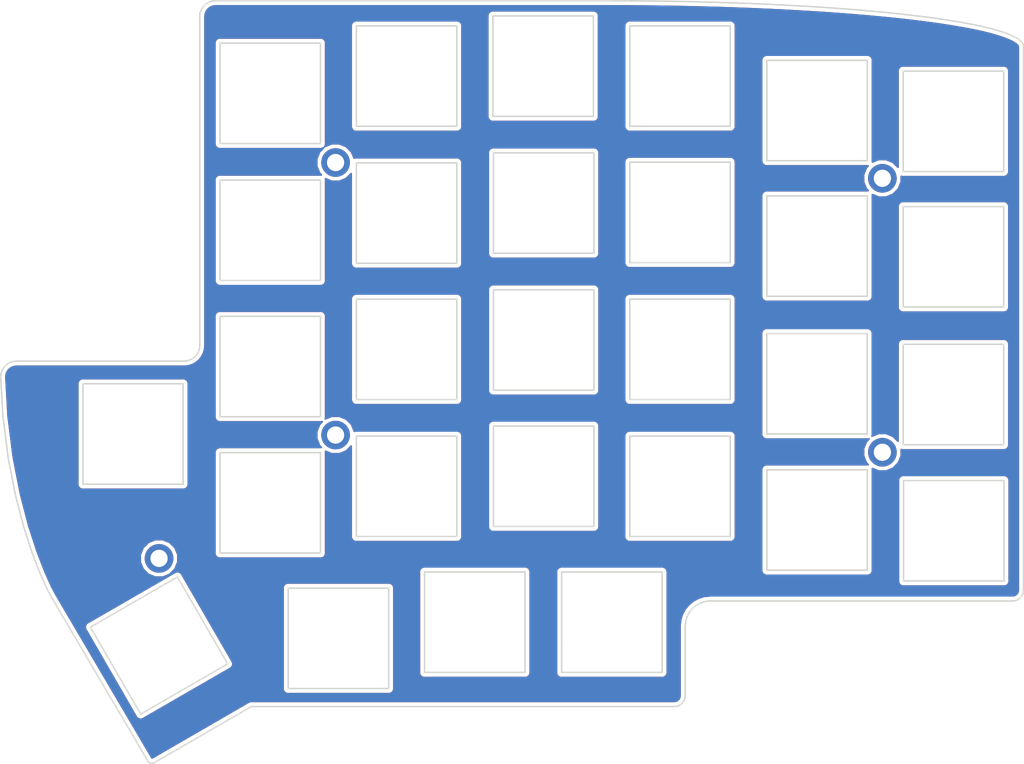
<source format=kicad_pcb>
(kicad_pcb (version 20171130) (host pcbnew 5.1.9)

  (general
    (thickness 1.6)
    (drawings 289)
    (tracks 0)
    (zones 0)
    (modules 5)
    (nets 1)
  )

  (page A4)
  (layers
    (0 F.Cu signal hide)
    (31 B.Cu signal hide)
    (32 B.Adhes user hide)
    (33 F.Adhes user hide)
    (34 B.Paste user hide)
    (35 F.Paste user hide)
    (36 B.SilkS user hide)
    (37 F.SilkS user hide)
    (38 B.Mask user hide)
    (39 F.Mask user hide)
    (40 Dwgs.User user hide)
    (41 Cmts.User user hide)
    (42 Eco1.User user hide)
    (43 Eco2.User user hide)
    (44 Edge.Cuts user)
    (45 Margin user hide)
    (46 B.CrtYd user hide)
    (47 F.CrtYd user hide)
    (48 B.Fab user hide)
    (49 F.Fab user hide)
  )

  (setup
    (last_trace_width 0.25)
    (user_trace_width 0.25)
    (user_trace_width 0.5)
    (trace_clearance 0.2)
    (zone_clearance 0.508)
    (zone_45_only no)
    (trace_min 0.2)
    (via_size 0.6)
    (via_drill 0.4)
    (via_min_size 0.4)
    (via_min_drill 0.3)
    (uvia_size 0.3)
    (uvia_drill 0.1)
    (uvias_allowed no)
    (uvia_min_size 0.2)
    (uvia_min_drill 0.1)
    (edge_width 0.15)
    (segment_width 0.2)
    (pcb_text_width 0.3)
    (pcb_text_size 1.5 1.5)
    (mod_edge_width 0.15)
    (mod_text_size 1 1)
    (mod_text_width 0.15)
    (pad_size 1 2.1)
    (pad_drill 0.3)
    (pad_to_mask_clearance 0.2)
    (aux_axis_origin 0 0)
    (visible_elements FFFDEFFF)
    (pcbplotparams
      (layerselection 0x010f0_ffffffff)
      (usegerberextensions true)
      (usegerberattributes false)
      (usegerberadvancedattributes false)
      (creategerberjobfile false)
      (excludeedgelayer true)
      (linewidth 0.100000)
      (plotframeref false)
      (viasonmask false)
      (mode 1)
      (useauxorigin false)
      (hpglpennumber 1)
      (hpglpenspeed 20)
      (hpglpendiameter 15.000000)
      (psnegative false)
      (psa4output false)
      (plotreference true)
      (plotvalue true)
      (plotinvisibletext false)
      (padsonsilk false)
      (subtractmaskfromsilk true)
      (outputformat 1)
      (mirror false)
      (drillshape 0)
      (scaleselection 1)
      (outputdirectory "gerber/"))
  )

  (net 0 "")

  (net_class Default "これは標準のネット クラスです。"
    (clearance 0.2)
    (trace_width 0.25)
    (via_dia 0.6)
    (via_drill 0.4)
    (uvia_dia 0.3)
    (uvia_drill 0.1)
  )

  (net_class GND ""
    (clearance 0.2)
    (trace_width 0.5)
    (via_dia 0.6)
    (via_drill 0.4)
    (uvia_dia 0.3)
    (uvia_drill 0.1)
  )

  (net_class VCC ""
    (clearance 0.2)
    (trace_width 0.5)
    (via_dia 0.6)
    (via_drill 0.4)
    (uvia_dia 0.3)
    (uvia_drill 0.1)
  )

  (module Lily58-footprint:M2_HOLE_PCB (layer F.Cu) (tedit 5BA4F97A) (tstamp 5BA4F9D6)
    (at 63.56 41.19)
    (fp_text reference Hol3 (at 0 2.7) (layer F.SilkS) hide
      (effects (font (size 1 1) (thickness 0.15)))
    )
    (fp_text value M2_HOLE_PCB (at 0 -2.6) (layer F.Fab)
      (effects (font (size 1 1) (thickness 0.15)))
    )
    (pad "" thru_hole circle (at 0 0) (size 4 4) (drill 2.4) (layers *.Cu *.Mask))
  )

  (module Lily58-footprint:M2_HOLE_PCB (layer F.Cu) (tedit 5BA4F97A) (tstamp 5BA4F9F6)
    (at 139.76 43.39)
    (fp_text reference Hol4 (at 0 2.7) (layer F.SilkS) hide
      (effects (font (size 1 1) (thickness 0.15)))
    )
    (fp_text value M2_HOLE_PCB (at 0 -2.6) (layer F.Fab)
      (effects (font (size 1 1) (thickness 0.15)))
    )
    (pad "" thru_hole circle (at 0 0) (size 4 4) (drill 2.4) (layers *.Cu *.Mask))
  )

  (module Lily58-footprint:M2_HOLE_PCB (layer F.Cu) (tedit 5BA4F97A) (tstamp 5BA4FA06)
    (at 139.76 81.59)
    (fp_text reference Hol5 (at 0 2.7) (layer F.SilkS) hide
      (effects (font (size 1 1) (thickness 0.15)))
    )
    (fp_text value M2_HOLE_PCB (at 0 -2.6) (layer F.Fab)
      (effects (font (size 1 1) (thickness 0.15)))
    )
    (pad "" thru_hole circle (at 0 0) (size 4 4) (drill 2.4) (layers *.Cu *.Mask))
  )

  (module Lily58-footprint:M2_HOLE_PCB (layer F.Cu) (tedit 5BA4F97A) (tstamp 5BA4FA16)
    (at 63.56 79.19)
    (fp_text reference Hol1 (at 0 2.7) (layer F.SilkS) hide
      (effects (font (size 1 1) (thickness 0.15)))
    )
    (fp_text value M2_HOLE_PCB (at 0 -2.6) (layer F.Fab)
      (effects (font (size 1 1) (thickness 0.15)))
    )
    (pad "" thru_hole circle (at 0 0) (size 4 4) (drill 2.4) (layers *.Cu *.Mask))
  )

  (module Lily58-footprint:M2_HOLE_PCB (layer F.Cu) (tedit 5BA4F97A) (tstamp 5BA4FA26)
    (at 38.96 96.39)
    (fp_text reference Hol2 (at 0 2.7) (layer F.SilkS) hide
      (effects (font (size 1 1) (thickness 0.15)))
    )
    (fp_text value M2_HOLE_PCB (at 0 -2.6) (layer F.Fab)
      (effects (font (size 1 1) (thickness 0.15)))
    )
    (pad "" thru_hole circle (at 0 0) (size 4 4) (drill 2.4) (layers *.Cu *.Mask))
  )

  (gr_line (start 112.246817 115.853004) (end 112.277264 115.572902) (layer Edge.Cuts) (width 0.2) (tstamp 60B0EDE0))
  (gr_line (start 44.813137 19.968855) (end 44.64042 20.375) (layer Edge.Cuts) (width 0.2) (tstamp 60B0EDB4))
  (gr_line (start 44.64042 20.83925) (end 44.64042 20.375) (layer Edge.Cuts) (width 0.2))
  (gr_line (start 44.64042 66.683496) (end 44.64042 20.83925) (layer Edge.Cuts) (width 0.2))
  (gr_line (start 46.396447 18.670267) (end 45.983424 18.798359) (layer Edge.Cuts) (width 0.2))
  (gr_line (start 46.840028 18.625611) (end 46.396447 18.670267) (layer Edge.Cuts) (width 0.2))
  (gr_line (start 45.015818 19.595136) (end 44.813137 19.968855) (layer Edge.Cuts) (width 0.2))
  (gr_line (start 45.2843 19.269605) (end 45.015818 19.595136) (layer Edge.Cuts) (width 0.2))
  (gr_line (start 45.609772 19.001076) (end 45.2843 19.269605) (layer Edge.Cuts) (width 0.2))
  (gr_line (start 45.983424 18.798359) (end 45.609772 19.001076) (layer Edge.Cuts) (width 0.2))
  (gr_line (start 142.657755 42.439338) (end 142.657755 28.438872) (layer Edge.Cuts) (width 0.2))
  (gr_line (start 142.657755 28.438872) (end 156.65822 28.438872) (layer Edge.Cuts) (width 0.2))
  (gr_line (start 156.65822 42.439338) (end 142.657755 42.439338) (layer Edge.Cuts) (width 0.2))
  (gr_line (start 156.65822 28.438872) (end 156.65822 42.439338) (layer Edge.Cuts) (width 0.2))
  (gr_line (start 115.764897 18.825349) (end 112.947479 18.754503) (layer Edge.Cuts) (width 0.2))
  (gr_line (start 118.528127 18.91085) (end 115.764897 18.825349) (layer Edge.Cuts) (width 0.2))
  (gr_line (start 121.233528 19.010607) (end 118.528127 18.91085) (layer Edge.Cuts) (width 0.2))
  (gr_line (start 159.417916 24.975605) (end 159.417916 100.828584) (layer Edge.Cuts) (width 0.2))
  (gr_line (start 104.206534 18.633866) (end 101.208797 18.625611) (layer Edge.Cuts) (width 0.2))
  (gr_line (start 156.65822 61.338175) (end 142.657755 61.338175) (layer Edge.Cuts) (width 0.2))
  (gr_line (start 158.220412 102.298137) (end 157.917916 102.328584) (layer Edge.Cuts) (width 0.2))
  (gr_line (start 158.502068 102.210802) (end 158.220412 102.298137) (layer Edge.Cuts) (width 0.2))
  (gr_line (start 131.403967 19.544257) (end 128.966317 19.391446) (layer Edge.Cuts) (width 0.2))
  (gr_line (start 133.765571 19.709338) (end 131.403967 19.544257) (layer Edge.Cuts) (width 0.2))
  (gr_line (start 136.047487 19.886291) (end 133.765571 19.709338) (layer Edge.Cuts) (width 0.2))
  (gr_line (start 138.246071 20.074719) (end 136.047487 19.886291) (layer Edge.Cuts) (width 0.2))
  (gr_line (start 140.357682 20.274225) (end 138.246071 20.074719) (layer Edge.Cuts) (width 0.2))
  (gr_line (start 142.378675 20.484411) (end 140.357682 20.274225) (layer Edge.Cuts) (width 0.2))
  (gr_line (start 144.305407 20.704879) (end 142.378675 20.484411) (layer Edge.Cuts) (width 0.2))
  (gr_line (start 146.134237 20.935233) (end 144.305407 20.704879) (layer Edge.Cuts) (width 0.2))
  (gr_line (start 147.86152 21.175076) (end 146.134237 20.935233) (layer Edge.Cuts) (width 0.2))
  (gr_line (start 149.483614 21.424008) (end 147.86152 21.175076) (layer Edge.Cuts) (width 0.2))
  (gr_line (start 150.996875 21.681634) (end 149.483614 21.424008) (layer Edge.Cuts) (width 0.2))
  (gr_line (start 152.397661 21.947556) (end 150.996875 21.681634) (layer Edge.Cuts) (width 0.2))
  (gr_line (start 153.682329 22.221375) (end 152.397661 21.947556) (layer Edge.Cuts) (width 0.2))
  (gr_line (start 154.847236 22.502696) (end 153.682329 22.221375) (layer Edge.Cuts) (width 0.2))
  (gr_line (start 155.888738 22.79112) (end 154.847236 22.502696) (layer Edge.Cuts) (width 0.2))
  (gr_line (start 156.803192 23.086251) (end 155.888738 22.79112) (layer Edge.Cuts) (width 0.2))
  (gr_line (start 157.586956 23.387689) (end 156.803192 23.086251) (layer Edge.Cuts) (width 0.2))
  (gr_line (start 158.236387 23.69504) (end 157.586956 23.387689) (layer Edge.Cuts) (width 0.2))
  (gr_line (start 158.747842 24.007904) (end 158.236387 23.69504) (layer Edge.Cuts) (width 0.2))
  (gr_line (start 159.117677 24.325884) (end 158.747842 24.007904) (layer Edge.Cuts) (width 0.2))
  (gr_line (start 159.342249 24.648584) (end 159.117677 24.325884) (layer Edge.Cuts) (width 0.2))
  (gr_line (start 159.417916 24.975605) (end 159.342249 24.648584) (layer Edge.Cuts) (width 0.2))
  (gr_line (start 142.657755 61.338175) (end 142.657755 47.340249) (layer Edge.Cuts) (width 0.2))
  (gr_line (start 95.059535 107.862747) (end 95.059535 98.29) (layer Edge.Cuts) (width 0.2))
  (gr_line (start 109.06 112.290465) (end 95.059535 112.290465) (layer Edge.Cuts) (width 0.2))
  (gr_line (start 107.164655 18.658364) (end 104.206534 18.633866) (layer Edge.Cuts) (width 0.2))
  (gr_line (start 110.079518 18.698709) (end 107.164655 18.658364) (layer Edge.Cuts) (width 0.2))
  (gr_line (start 112.947479 18.754503) (end 110.079518 18.698709) (layer Edge.Cuts) (width 0.2))
  (gr_line (start 51.821089 117.050508) (end 110.777264 117.050508) (layer Edge.Cuts) (width 0.2))
  (gr_line (start 112.277264 105.828584) (end 112.277264 115.572902) (layer Edge.Cuts) (width 0.2))
  (gr_line (start 111.07976 117.020061) (end 110.777264 117.050508) (layer Edge.Cuts) (width 0.2))
  (gr_line (start 111.361416 116.932725) (end 111.07976 117.020061) (layer Edge.Cuts) (width 0.2))
  (gr_line (start 111.616225 116.794509) (end 111.361416 116.932725) (layer Edge.Cuts) (width 0.2))
  (gr_line (start 25.632462 104.632637) (end 27.314139 107.494164) (layer Edge.Cuts) (width 0.2))
  (gr_line (start 23.950785 101.77111) (end 25.632462 104.632637) (layer Edge.Cuts) (width 0.2))
  (gr_line (start 35.722522 121.801799) (end 37.404199 124.663326) (layer Edge.Cuts) (width 0.2))
  (gr_line (start 34.040845 118.940272) (end 35.722522 121.801799) (layer Edge.Cuts) (width 0.2))
  (gr_line (start 32.359169 116.078745) (end 34.040845 118.940272) (layer Edge.Cuts) (width 0.2))
  (gr_line (start 30.677492 113.217218) (end 32.359169 116.078745) (layer Edge.Cuts) (width 0.2))
  (gr_line (start 28.995815 110.355691) (end 30.677492 113.217218) (layer Edge.Cuts) (width 0.2))
  (gr_line (start 27.314139 107.494164) (end 28.995815 110.355691) (layer Edge.Cuts) (width 0.2))
  (gr_line (start 66.460088 60.24059) (end 80.460282 60.24059) (layer Edge.Cuts) (width 0.2))
  (gr_line (start 66.460088 74.240611) (end 66.460088 60.24059) (layer Edge.Cuts) (width 0.2))
  (gr_line (start 80.460282 74.240611) (end 66.460088 74.240611) (layer Edge.Cuts) (width 0.2))
  (gr_line (start 80.460282 93.339122) (end 80.460282 93.339122) (layer Edge.Cuts) (width 0.2))
  (gr_line (start 80.460282 79.339101) (end 80.460282 93.339122) (layer Edge.Cuts) (width 0.2))
  (gr_line (start 66.460088 79.339101) (end 80.460282 79.339101) (layer Edge.Cuts) (width 0.2))
  (gr_line (start 66.460088 93.339122) (end 66.460088 79.339101) (layer Edge.Cuts) (width 0.2))
  (gr_line (start 80.460282 93.339122) (end 66.460088 93.339122) (layer Edge.Cuts) (width 0.2))
  (gr_line (start 70.958669 114.5394) (end 70.958669 114.5394) (layer Edge.Cuts) (width 0.2))
  (gr_line (start 70.958669 100.539379) (end 70.958669 114.5394) (layer Edge.Cuts) (width 0.2))
  (gr_line (start 56.958474 100.539379) (end 70.958669 100.539379) (layer Edge.Cuts) (width 0.2))
  (gr_line (start 56.958474 114.5394) (end 56.958474 100.539379) (layer Edge.Cuts) (width 0.2))
  (gr_line (start 70.958669 114.5394) (end 56.958474 114.5394) (layer Edge.Cuts) (width 0.2))
  (gr_line (start 89.959226 112.288965) (end 89.959226 112.288965) (layer Edge.Cuts) (width 0.2))
  (gr_line (start 89.959226 98.288944) (end 89.959226 112.288965) (layer Edge.Cuts) (width 0.2))
  (gr_line (start 75.959031 98.288944) (end 89.959226 98.288944) (layer Edge.Cuts) (width 0.2))
  (gr_line (start 75.959031 112.288965) (end 75.959031 98.288944) (layer Edge.Cuts) (width 0.2))
  (gr_line (start 89.959226 112.288965) (end 75.959031 112.288965) (layer Edge.Cuts) (width 0.2))
  (gr_line (start 99.559007 91.938529) (end 99.559007 91.938529) (layer Edge.Cuts) (width 0.2))
  (gr_line (start 99.559007 77.938508) (end 99.559007 91.938529) (layer Edge.Cuts) (width 0.2))
  (gr_line (start 85.558813 77.938508) (end 99.559007 77.938508) (layer Edge.Cuts) (width 0.2))
  (gr_line (start 85.558813 91.938529) (end 85.558813 77.938508) (layer Edge.Cuts) (width 0.2))
  (gr_line (start 99.559007 91.938529) (end 85.558813 91.938529) (layer Edge.Cuts) (width 0.2))
  (gr_line (start 99.560149 72.938314) (end 99.560149 72.938314) (layer Edge.Cuts) (width 0.2))
  (gr_line (start 99.560149 58.938293) (end 99.560149 72.938314) (layer Edge.Cuts) (width 0.2))
  (gr_line (start 85.559955 58.938293) (end 99.560149 58.938293) (layer Edge.Cuts) (width 0.2))
  (gr_line (start 85.559955 72.938314) (end 85.559955 58.938293) (layer Edge.Cuts) (width 0.2))
  (gr_line (start 99.560149 72.938314) (end 85.559955 72.938314) (layer Edge.Cuts) (width 0.2))
  (gr_line (start 99.560149 53.840095) (end 99.560149 53.840095) (layer Edge.Cuts) (width 0.2))
  (gr_line (start 99.560149 39.840074) (end 99.560149 53.840095) (layer Edge.Cuts) (width 0.2))
  (gr_line (start 85.559955 39.840074) (end 99.560149 39.840074) (layer Edge.Cuts) (width 0.2))
  (gr_line (start 85.559955 53.840095) (end 85.559955 39.840074) (layer Edge.Cuts) (width 0.2))
  (gr_line (start 99.560149 53.840095) (end 85.559955 53.840095) (layer Edge.Cuts) (width 0.2))
  (gr_line (start 99.489285 34.749497) (end 99.489285 34.749497) (layer Edge.Cuts) (width 0.2))
  (gr_line (start 99.489285 20.749475) (end 99.489285 34.749497) (layer Edge.Cuts) (width 0.2))
  (gr_line (start 85.489091 20.749475) (end 99.489285 20.749475) (layer Edge.Cuts) (width 0.2))
  (gr_line (start 85.489091 34.749497) (end 85.489091 20.749475) (layer Edge.Cuts) (width 0.2))
  (gr_line (start 99.489285 34.749497) (end 85.489091 34.749497) (layer Edge.Cuts) (width 0.2))
  (gr_line (start 118.564097 36.138874) (end 118.564097 36.138874) (layer Edge.Cuts) (width 0.2))
  (gr_line (start 118.564097 22.138853) (end 118.564097 36.138874) (layer Edge.Cuts) (width 0.2))
  (gr_line (start 104.563903 22.138853) (end 118.564097 22.138853) (layer Edge.Cuts) (width 0.2))
  (gr_line (start 104.563903 36.138874) (end 104.563903 22.138853) (layer Edge.Cuts) (width 0.2))
  (gr_line (start 118.564097 36.138874) (end 104.563903 36.138874) (layer Edge.Cuts) (width 0.2))
  (gr_line (start 118.558166 55.139088) (end 118.558166 55.139088) (layer Edge.Cuts) (width 0.2))
  (gr_line (start 118.558166 41.139067) (end 118.558166 55.139088) (layer Edge.Cuts) (width 0.2))
  (gr_line (start 104.557972 41.139067) (end 118.558166 41.139067) (layer Edge.Cuts) (width 0.2))
  (gr_line (start 104.557972 55.139088) (end 104.557972 41.139067) (layer Edge.Cuts) (width 0.2))
  (gr_line (start 118.558166 55.139088) (end 104.557972 55.139088) (layer Edge.Cuts) (width 0.2))
  (gr_line (start 118.5602 74.238363) (end 118.5602 74.238363) (layer Edge.Cuts) (width 0.2))
  (gr_line (start 118.5602 60.238342) (end 118.5602 74.238363) (layer Edge.Cuts) (width 0.2))
  (gr_line (start 104.560006 60.238342) (end 118.5602 60.238342) (layer Edge.Cuts) (width 0.2))
  (gr_line (start 104.560006 74.238363) (end 104.560006 60.238342) (layer Edge.Cuts) (width 0.2))
  (gr_line (start 118.5602 74.238363) (end 104.560006 74.238363) (layer Edge.Cuts) (width 0.2))
  (gr_line (start 118.559436 93.339336) (end 118.559436 93.339336) (layer Edge.Cuts) (width 0.2))
  (gr_line (start 118.559436 79.339315) (end 118.559436 93.339336) (layer Edge.Cuts) (width 0.2))
  (gr_line (start 104.559242 79.339315) (end 118.559436 79.339315) (layer Edge.Cuts) (width 0.2))
  (gr_line (start 104.559242 93.339336) (end 104.559242 79.339315) (layer Edge.Cuts) (width 0.2))
  (gr_line (start 118.559436 93.339336) (end 104.559242 93.339336) (layer Edge.Cuts) (width 0.2))
  (gr_line (start 137.658925 59.839563) (end 137.658925 59.839563) (layer Edge.Cuts) (width 0.2))
  (gr_line (start 137.658925 45.839542) (end 137.658925 59.839563) (layer Edge.Cuts) (width 0.2))
  (gr_line (start 123.658731 45.839542) (end 137.658925 45.839542) (layer Edge.Cuts) (width 0.2))
  (gr_line (start 123.658731 59.839563) (end 123.658731 45.839542) (layer Edge.Cuts) (width 0.2))
  (gr_line (start 137.658925 59.839563) (end 123.658731 59.839563) (layer Edge.Cuts) (width 0.2))
  (gr_line (start 137.645052 79.039381) (end 137.645052 79.039381) (layer Edge.Cuts) (width 0.2))
  (gr_line (start 137.645052 65.03936) (end 137.645052 79.039381) (layer Edge.Cuts) (width 0.2))
  (gr_line (start 123.644858 65.03936) (end 137.645052 65.03936) (layer Edge.Cuts) (width 0.2))
  (gr_line (start 123.644858 79.039381) (end 123.644858 65.03936) (layer Edge.Cuts) (width 0.2))
  (gr_line (start 137.645052 79.039381) (end 123.644858 79.039381) (layer Edge.Cuts) (width 0.2))
  (gr_line (start 137.659937 98.038326) (end 137.659937 98.038326) (layer Edge.Cuts) (width 0.2))
  (gr_line (start 137.659937 84.038305) (end 137.659937 98.038326) (layer Edge.Cuts) (width 0.2))
  (gr_line (start 123.659743 84.038305) (end 137.659937 84.038305) (layer Edge.Cuts) (width 0.2))
  (gr_line (start 123.659743 98.038326) (end 123.659743 84.038305) (layer Edge.Cuts) (width 0.2))
  (gr_line (start 137.659937 98.038326) (end 123.659743 98.038326) (layer Edge.Cuts) (width 0.2))
  (gr_line (start 137.660067 40.939463) (end 137.660067 40.939463) (layer Edge.Cuts) (width 0.2))
  (gr_line (start 137.660067 26.939442) (end 137.660067 40.939463) (layer Edge.Cuts) (width 0.2))
  (gr_line (start 123.659873 26.939442) (end 137.660067 26.939442) (layer Edge.Cuts) (width 0.2))
  (gr_line (start 123.659873 40.939463) (end 123.659873 26.939442) (layer Edge.Cuts) (width 0.2))
  (gr_line (start 137.660067 40.939463) (end 123.659873 40.939463) (layer Edge.Cuts) (width 0.2))
  (gr_line (start 101.208797 18.625611) (end 46.840028 18.625611) (layer Edge.Cuts) (width 0.2))
  (gr_line (start 23.802011 101.489639) (end 23.95125 101.77111) (layer Edge.Cuts) (width 0.2))
  (gr_line (start 23.652772 101.208169) (end 23.802011 101.489639) (layer Edge.Cuts) (width 0.2))
  (gr_line (start 23.503534 100.926698) (end 23.652772 101.208169) (layer Edge.Cuts) (width 0.2))
  (gr_line (start 23.354295 100.645227) (end 23.503534 100.926698) (layer Edge.Cuts) (width 0.2))
  (gr_line (start 23.125926 100.140939) (end 23.354295 100.645227) (layer Edge.Cuts) (width 0.2))
  (gr_line (start 22.897556 99.636652) (end 23.125926 100.140939) (layer Edge.Cuts) (width 0.2))
  (gr_line (start 22.669186 99.132364) (end 22.897556 99.636652) (layer Edge.Cuts) (width 0.2))
  (gr_line (start 22.440816 98.628077) (end 22.669186 99.132364) (layer Edge.Cuts) (width 0.2))
  (gr_line (start 22.162469 97.911385) (end 22.440816 98.628077) (layer Edge.Cuts) (width 0.2))
  (gr_line (start 21.884122 97.194692) (end 22.162469 97.911385) (layer Edge.Cuts) (width 0.2))
  (gr_line (start 21.605775 96.478) (end 21.884122 97.194692) (layer Edge.Cuts) (width 0.2))
  (gr_line (start 21.327427 95.761308) (end 21.605775 96.478) (layer Edge.Cuts) (width 0.2))
  (gr_line (start 21.028256 94.842623) (end 21.327427 95.761308) (layer Edge.Cuts) (width 0.2))
  (gr_line (start 20.729085 93.923938) (end 21.028256 94.842623) (layer Edge.Cuts) (width 0.2))
  (gr_line (start 20.429914 93.005254) (end 20.729085 93.923938) (layer Edge.Cuts) (width 0.2))
  (gr_line (start 20.130742 92.086569) (end 20.429914 93.005254) (layer Edge.Cuts) (width 0.2))
  (gr_line (start 19.839901 90.976303) (end 20.130742 92.086569) (layer Edge.Cuts) (width 0.2))
  (gr_line (start 19.549059 89.866038) (end 19.839901 90.976303) (layer Edge.Cuts) (width 0.2))
  (gr_line (start 19.258217 88.755772) (end 19.549059 89.866038) (layer Edge.Cuts) (width 0.2))
  (gr_line (start 18.967376 87.645507) (end 19.258217 88.755772) (layer Edge.Cuts) (width 0.2))
  (gr_line (start 18.714017 86.354073) (end 18.967376 87.645507) (layer Edge.Cuts) (width 0.2))
  (gr_line (start 18.460659 85.062639) (end 18.714017 86.354073) (layer Edge.Cuts) (width 0.2))
  (gr_line (start 18.2073 83.771204) (end 18.460659 85.062639) (layer Edge.Cuts) (width 0.2))
  (gr_line (start 17.953942 82.47977) (end 18.2073 83.771204) (layer Edge.Cuts) (width 0.2))
  (gr_line (start 17.76722 81.017579) (end 17.953942 82.47977) (layer Edge.Cuts) (width 0.2))
  (gr_line (start 17.580498 79.555389) (end 17.76722 81.017579) (layer Edge.Cuts) (width 0.2))
  (gr_line (start 17.393777 78.093198) (end 17.580498 79.555389) (layer Edge.Cuts) (width 0.2))
  (gr_line (start 17.207055 76.631007) (end 17.393777 78.093198) (layer Edge.Cuts) (width 0.2))
  (gr_line (start 17.129362 75.244688) (end 17.207055 76.631007) (layer Edge.Cuts) (width 0.2))
  (gr_line (start 17.051669 73.858368) (end 17.129362 75.244688) (layer Edge.Cuts) (width 0.2))
  (gr_line (start 16.973976 72.472049) (end 17.051669 73.858368) (layer Edge.Cuts) (width 0.2))
  (gr_line (start 16.896283 71.08573) (end 16.973976 72.472049) (layer Edge.Cuts) (width 0.2))
  (gr_line (start 38.233955 124.910283) (end 38.414674 124.810606) (layer Edge.Cuts) (width 0.2))
  (gr_line (start 38.106472 124.951525) (end 38.233955 124.910283) (layer Edge.Cuts) (width 0.2))
  (gr_line (start 37.982958 124.962149) (end 38.106472 124.951525) (layer Edge.Cuts) (width 0.2))
  (gr_line (start 37.869017 124.960991) (end 37.982958 124.962149) (layer Edge.Cuts) (width 0.2))
  (gr_line (start 37.761432 124.927539) (end 37.869017 124.960991) (layer Edge.Cuts) (width 0.2))
  (gr_line (start 37.650268 124.876487) (end 37.761432 124.927539) (layer Edge.Cuts) (width 0.2))
  (gr_line (start 37.499842 124.781766) (end 37.650268 124.876487) (layer Edge.Cuts) (width 0.2))
  (gr_line (start 37.404199 124.663326) (end 37.499842 124.781766) (layer Edge.Cuts) (width 0.2))
  (gr_line (start 50.144535 118.019634) (end 51.82023 117.049495) (layer Edge.Cuts) (width 0.2))
  (gr_line (start 48.468841 118.989772) (end 50.144535 118.019634) (layer Edge.Cuts) (width 0.2))
  (gr_line (start 46.793147 119.959911) (end 48.468841 118.989772) (layer Edge.Cuts) (width 0.2))
  (gr_line (start 45.117452 120.93005) (end 46.793147 119.959911) (layer Edge.Cuts) (width 0.2))
  (gr_line (start 43.441758 121.900189) (end 45.117452 120.93005) (layer Edge.Cuts) (width 0.2))
  (gr_line (start 41.766063 122.870328) (end 43.441758 121.900189) (layer Edge.Cuts) (width 0.2))
  (gr_line (start 40.090369 123.840467) (end 41.766063 122.870328) (layer Edge.Cuts) (width 0.2))
  (gr_line (start 38.414674 124.810606) (end 40.090369 123.840467) (layer Edge.Cuts) (width 0.2))
  (gr_line (start 66.459196 41.239611) (end 80.45939 41.239611) (layer Edge.Cuts) (width 0.2))
  (gr_line (start 66.459196 55.239632) (end 66.459196 41.239611) (layer Edge.Cuts) (width 0.2))
  (gr_line (start 80.45939 55.239632) (end 66.459196 55.239632) (layer Edge.Cuts) (width 0.2))
  (gr_line (start 80.460282 74.240611) (end 80.460282 74.240611) (layer Edge.Cuts) (width 0.2))
  (gr_line (start 80.460282 60.24059) (end 80.460282 74.240611) (layer Edge.Cuts) (width 0.2))
  (gr_line (start 80.45939 36.138874) (end 66.459196 36.138874) (layer Edge.Cuts) (width 0.2))
  (gr_line (start 80.45939 55.239632) (end 80.45939 55.239632) (layer Edge.Cuts) (width 0.2))
  (gr_line (start 80.45939 41.239611) (end 80.45939 55.239632) (layer Edge.Cuts) (width 0.2))
  (gr_line (start 61.459089 38.539168) (end 61.459089 38.539168) (layer Edge.Cuts) (width 0.2))
  (gr_line (start 61.459089 24.539147) (end 61.459089 38.539168) (layer Edge.Cuts) (width 0.2))
  (gr_line (start 47.458895 24.539147) (end 61.459089 24.539147) (layer Edge.Cuts) (width 0.2))
  (gr_line (start 47.458895 38.539168) (end 47.458895 24.539147) (layer Edge.Cuts) (width 0.2))
  (gr_line (start 61.459089 38.539168) (end 47.458895 38.539168) (layer Edge.Cuts) (width 0.2))
  (gr_line (start 80.45939 36.138874) (end 80.45939 36.138874) (layer Edge.Cuts) (width 0.2))
  (gr_line (start 80.45939 22.138853) (end 80.45939 36.138874) (layer Edge.Cuts) (width 0.2))
  (gr_line (start 66.459196 22.138853) (end 80.45939 22.138853) (layer Edge.Cuts) (width 0.2))
  (gr_line (start 66.459196 36.138874) (end 66.459196 22.138853) (layer Edge.Cuts) (width 0.2))
  (gr_line (start 61.460106 57.640477) (end 61.460106 57.640477) (layer Edge.Cuts) (width 0.2))
  (gr_line (start 61.460106 43.640456) (end 61.460106 57.640477) (layer Edge.Cuts) (width 0.2))
  (gr_line (start 47.459912 43.640456) (end 61.460106 43.640456) (layer Edge.Cuts) (width 0.2))
  (gr_line (start 47.459912 57.640477) (end 47.459912 43.640456) (layer Edge.Cuts) (width 0.2))
  (gr_line (start 61.460106 57.640477) (end 47.459912 57.640477) (layer Edge.Cuts) (width 0.2))
  (gr_line (start 19.095693 68.883398) (end 42.440785 68.883594) (layer Edge.Cuts) (width 0.2))
  (gr_line (start 42.311468 86.039392) (end 42.311468 86.039392) (layer Edge.Cuts) (width 0.2))
  (gr_line (start 42.311468 72.039371) (end 42.311468 86.039392) (layer Edge.Cuts) (width 0.2))
  (gr_line (start 28.359278 72.039371) (end 42.311468 72.039371) (layer Edge.Cuts) (width 0.2))
  (gr_line (start 28.359278 86.039392) (end 28.359278 72.039371) (layer Edge.Cuts) (width 0.2))
  (gr_line (start 42.311468 86.039392) (end 28.359278 86.039392) (layer Edge.Cuts) (width 0.2))
  (gr_line (start 48.521755 111.101016) (end 48.521755 111.101016) (layer Edge.Cuts) (width 0.2))
  (gr_line (start 41.521744 98.976642) (end 48.521755 111.101016) (layer Edge.Cuts) (width 0.2))
  (gr_line (start 29.39722 105.976739) (end 41.521744 98.976642) (layer Edge.Cuts) (width 0.2))
  (gr_line (start 36.397231 118.101113) (end 29.39722 105.976739) (layer Edge.Cuts) (width 0.2))
  (gr_line (start 48.521755 111.101016) (end 36.397231 118.101113) (layer Edge.Cuts) (width 0.2))
  (gr_line (start 61.459089 95.640571) (end 61.459089 95.640571) (layer Edge.Cuts) (width 0.2))
  (gr_line (start 61.459089 81.64055) (end 61.459089 95.640571) (layer Edge.Cuts) (width 0.2))
  (gr_line (start 47.458895 81.64055) (end 61.459089 81.64055) (layer Edge.Cuts) (width 0.2))
  (gr_line (start 47.458895 95.640571) (end 47.458895 81.64055) (layer Edge.Cuts) (width 0.2))
  (gr_line (start 61.459089 95.640571) (end 47.458895 95.640571) (layer Edge.Cuts) (width 0.2))
  (gr_line (start 61.459089 76.637646) (end 61.459089 76.637646) (layer Edge.Cuts) (width 0.2))
  (gr_line (start 61.459089 62.637625) (end 61.459089 76.637646) (layer Edge.Cuts) (width 0.2))
  (gr_line (start 47.458895 62.637625) (end 61.459089 62.637625) (layer Edge.Cuts) (width 0.2))
  (gr_line (start 47.458895 76.637646) (end 47.458895 62.637625) (layer Edge.Cuts) (width 0.2))
  (gr_line (start 61.459089 76.637646) (end 47.458895 76.637646) (layer Edge.Cuts) (width 0.2))
  (gr_line (start 44.467703 67.540253) (end 44.595773 67.127157) (layer Edge.Cuts) (width 0.2))
  (gr_line (start 44.265023 67.913972) (end 44.467703 67.540253) (layer Edge.Cuts) (width 0.2))
  (gr_line (start 43.996541 68.239502) (end 44.265023 67.913972) (layer Edge.Cuts) (width 0.2))
  (gr_line (start 43.671069 68.508031) (end 43.996541 68.239502) (layer Edge.Cuts) (width 0.2))
  (gr_line (start 43.297416 68.710748) (end 43.671069 68.508031) (layer Edge.Cuts) (width 0.2))
  (gr_line (start 42.884394 68.83884) (end 43.297416 68.710748) (layer Edge.Cuts) (width 0.2))
  (gr_line (start 42.440812 68.883496) (end 42.884394 68.83884) (layer Edge.Cuts) (width 0.2))
  (gr_line (start 44.595773 67.127157) (end 44.64042 66.683496) (layer Edge.Cuts) (width 0.2))
  (gr_line (start 19.095449 68.883594) (end 18.647607 68.927666) (layer Edge.Cuts) (width 0.2))
  (gr_line (start 17.267614 69.847346) (end 17.066839 70.221697) (layer Edge.Cuts) (width 0.2))
  (gr_line (start 17.534355 69.522485) (end 17.267614 69.847346) (layer Edge.Cuts) (width 0.2))
  (gr_line (start 17.858784 69.255395) (end 17.534355 69.522485) (layer Edge.Cuts) (width 0.2))
  (gr_line (start 18.232627 69.054361) (end 17.858784 69.255395) (layer Edge.Cuts) (width 0.2))
  (gr_line (start 18.647607 68.927666) (end 18.232627 69.054361) (layer Edge.Cuts) (width 0.2))
  (gr_line (start 16.940305 70.637252) (end 16.896288 71.08573) (layer Edge.Cuts) (width 0.2))
  (gr_line (start 17.066839 70.221697) (end 16.940305 70.637252) (layer Edge.Cuts) (width 0.2))
  (gr_line (start 156.708884 99.539248) (end 142.70869 99.539248) (layer Edge.Cuts) (width 0.2))
  (gr_line (start 156.708884 99.539248) (end 156.708884 99.539248) (layer Edge.Cuts) (width 0.2))
  (gr_line (start 156.708884 85.539227) (end 156.708884 99.539248) (layer Edge.Cuts) (width 0.2))
  (gr_line (start 142.70869 85.539227) (end 156.708884 85.539227) (layer Edge.Cuts) (width 0.2))
  (gr_line (start 142.70869 99.539248) (end 142.70869 85.539227) (layer Edge.Cuts) (width 0.2))
  (gr_line (start 142.659914 80.540562) (end 142.659914 66.540541) (layer Edge.Cuts) (width 0.2))
  (gr_line (start 156.660108 80.540562) (end 142.659914 80.540562) (layer Edge.Cuts) (width 0.2))
  (gr_line (start 156.660108 80.540562) (end 156.660108 80.540562) (layer Edge.Cuts) (width 0.2))
  (gr_line (start 156.660108 66.540541) (end 156.660108 80.540562) (layer Edge.Cuts) (width 0.2))
  (gr_line (start 142.659914 66.540541) (end 156.660108 66.540541) (layer Edge.Cuts) (width 0.2))
  (gr_line (start 111.838177 116.611421) (end 111.616225 116.794509) (layer Edge.Cuts) (width 0.2))
  (gr_line (start 112.021265 116.389468) (end 111.838177 116.611421) (layer Edge.Cuts) (width 0.2))
  (gr_line (start 112.159481 116.13466) (end 112.021265 116.389468) (layer Edge.Cuts) (width 0.2))
  (gr_line (start 112.246817 115.853004) (end 112.159481 116.13466) (layer Edge.Cuts) (width 0.2))
  (gr_line (start 115.777264 102.328584) (end 157.917916 102.328584) (layer Edge.Cuts) (width 0.2))
  (gr_line (start 115.07144 102.399627) (end 115.777264 102.328584) (layer Edge.Cuts) (width 0.2))
  (gr_line (start 114.414242 102.60341) (end 115.07144 102.399627) (layer Edge.Cuts) (width 0.2))
  (gr_line (start 113.819689 102.925914) (end 114.414242 102.60341) (layer Edge.Cuts) (width 0.2))
  (gr_line (start 113.3018 103.35312) (end 113.819689 102.925914) (layer Edge.Cuts) (width 0.2))
  (gr_line (start 112.874594 103.871009) (end 113.3018 103.35312) (layer Edge.Cuts) (width 0.2))
  (gr_line (start 112.55209 104.465562) (end 112.874594 103.871009) (layer Edge.Cuts) (width 0.2))
  (gr_line (start 112.348307 105.12276) (end 112.55209 104.465562) (layer Edge.Cuts) (width 0.2))
  (gr_line (start 112.277264 105.828584) (end 112.348307 105.12276) (layer Edge.Cuts) (width 0.2))
  (gr_line (start 123.877455 19.124224) (end 121.233528 19.010607) (layer Edge.Cuts) (width 0.2))
  (gr_line (start 126.456266 19.251303) (end 123.877455 19.124224) (layer Edge.Cuts) (width 0.2))
  (gr_line (start 128.966317 19.391446) (end 126.456266 19.251303) (layer Edge.Cuts) (width 0.2))
  (gr_line (start 156.65822 47.340249) (end 156.65822 61.338175) (layer Edge.Cuts) (width 0.2))
  (gr_line (start 158.756877 102.072586) (end 158.502068 102.210802) (layer Edge.Cuts) (width 0.2))
  (gr_line (start 158.978829 101.889497) (end 158.756877 102.072586) (layer Edge.Cuts) (width 0.2))
  (gr_line (start 159.161917 101.667545) (end 158.978829 101.889497) (layer Edge.Cuts) (width 0.2))
  (gr_line (start 159.300133 101.412737) (end 159.161917 101.667545) (layer Edge.Cuts) (width 0.2))
  (gr_line (start 159.387469 101.13108) (end 159.300133 101.412737) (layer Edge.Cuts) (width 0.2))
  (gr_line (start 159.417916 100.828584) (end 159.387469 101.13108) (layer Edge.Cuts) (width 0.2))
  (gr_line (start 95.059535 98.29) (end 109.06 98.29) (layer Edge.Cuts) (width 0.2))
  (gr_line (start 95.059535 112.290465) (end 95.059535 107.862747) (layer Edge.Cuts) (width 0.2))
  (gr_line (start 142.657755 47.340249) (end 156.65822 47.340249) (layer Edge.Cuts) (width 0.2))
  (gr_line (start 109.06 98.29) (end 109.06 112.290465) (layer Edge.Cuts) (width 0.2))
  (dimension 107 (width 0.3) (layer Eco1.User)
    (gr_text "107.000 mm" (at 11.870647 73.980685 270) (layer Eco1.User)
      (effects (font (size 1.5 1.5) (thickness 0.3)))
    )
    (feature1 (pts (xy 16.970647 127.480685) (xy 13.384226 127.480685)))
    (feature2 (pts (xy 16.970647 20.480685) (xy 13.384226 20.480685)))
    (crossbar (pts (xy 13.970647 20.480685) (xy 13.970647 127.480685)))
    (arrow1a (pts (xy 13.970647 127.480685) (xy 13.384226 126.354181)))
    (arrow1b (pts (xy 13.970647 127.480685) (xy 14.557068 126.354181)))
    (arrow2a (pts (xy 13.970647 20.480685) (xy 13.384226 21.607189)))
    (arrow2b (pts (xy 13.970647 20.480685) (xy 14.557068 21.607189)))
  )
  (dimension 143 (width 0.3) (layer Eco1.User)
    (gr_text "143.000 mm" (at 88.46 15.378589) (layer Eco1.User)
      (effects (font (size 1.5 1.5) (thickness 0.3)))
    )
    (feature1 (pts (xy 159.96 20.478589) (xy 159.96 16.892168)))
    (feature2 (pts (xy 16.96 20.478589) (xy 16.96 16.892168)))
    (crossbar (pts (xy 16.96 17.478589) (xy 159.96 17.478589)))
    (arrow1a (pts (xy 159.96 17.478589) (xy 158.833496 18.06501)))
    (arrow1b (pts (xy 159.96 17.478589) (xy 158.833496 16.892168)))
    (arrow2a (pts (xy 16.96 17.478589) (xy 18.086504 18.06501)))
    (arrow2b (pts (xy 16.96 17.478589) (xy 18.086504 16.892168)))
  )
  (gr_line (start 45.503294 -44.952764) (end 45.503294 -44.952764) (layer Eco2.User) (width 0.1))

  (zone (net 0) (net_name "") (layers F&B.Cu) (tstamp 0) (hatch edge 0.508)
    (connect_pads (clearance 0.508))
    (min_thickness 0.254)
    (keepout (tracks not_allowed) (vias not_allowed) (copperpour not_allowed))
    (fill (arc_segments 16) (thermal_gap 0.508) (thermal_bridge_width 0.508))
    (polygon
      (pts
        (xy 142.66 28.39) (xy 156.66 28.39) (xy 156.66 42.49) (xy 142.66 42.49)
      )
    )
  )
  (zone (net 0) (net_name "") (layers F&B.Cu) (tstamp 0) (hatch edge 0.508)
    (connect_pads (clearance 0.508))
    (min_thickness 0.254)
    (keepout (tracks not_allowed) (vias not_allowed) (copperpour not_allowed))
    (fill (arc_segments 16) (thermal_gap 0.508) (thermal_bridge_width 0.508))
    (polygon
      (pts
        (xy 142.66 47.29) (xy 156.66 47.29) (xy 156.66 61.39) (xy 142.66 61.39)
      )
    )
  )
  (zone (net 0) (net_name "") (layers F&B.Cu) (tstamp 0) (hatch edge 0.508)
    (connect_pads (clearance 0.508))
    (min_thickness 0.254)
    (keepout (tracks not_allowed) (vias not_allowed) (copperpour not_allowed))
    (fill (arc_segments 16) (thermal_gap 0.508) (thermal_bridge_width 0.508))
    (polygon
      (pts
        (xy 142.66 66.49) (xy 156.66 66.49) (xy 156.66 80.59) (xy 142.66 80.59)
      )
    )
  )
  (zone (net 0) (net_name "") (layers F&B.Cu) (tstamp 0) (hatch edge 0.508)
    (connect_pads (clearance 0.508))
    (min_thickness 0.254)
    (keepout (tracks not_allowed) (vias not_allowed) (copperpour not_allowed))
    (fill (arc_segments 16) (thermal_gap 0.508) (thermal_bridge_width 0.508))
    (polygon
      (pts
        (xy 142.66 85.49) (xy 156.76 85.49) (xy 156.76 99.59) (xy 142.76 99.59) (xy 142.66 99.59)
      )
    )
  )
  (zone (net 0) (net_name "") (layers F&B.Cu) (tstamp 0) (hatch edge 0.508)
    (connect_pads (clearance 0.508))
    (min_thickness 0.254)
    (keepout (tracks not_allowed) (vias not_allowed) (copperpour not_allowed))
    (fill (arc_segments 16) (thermal_gap 0.508) (thermal_bridge_width 0.508))
    (polygon
      (pts
        (xy 123.66 26.89) (xy 137.66 26.89) (xy 137.66 40.99) (xy 123.66 40.99)
      )
    )
  )
  (zone (net 0) (net_name "") (layers F&B.Cu) (tstamp 0) (hatch edge 0.508)
    (connect_pads (clearance 0.508))
    (min_thickness 0.254)
    (keepout (tracks not_allowed) (vias not_allowed) (copperpour not_allowed))
    (fill (arc_segments 16) (thermal_gap 0.508) (thermal_bridge_width 0.508))
    (polygon
      (pts
        (xy 123.66 45.79) (xy 137.66 45.79) (xy 137.66 59.89) (xy 123.66 59.89)
      )
    )
  )
  (zone (net 0) (net_name "") (layers F&B.Cu) (tstamp 0) (hatch edge 0.508)
    (connect_pads (clearance 0.508))
    (min_thickness 0.254)
    (keepout (tracks not_allowed) (vias not_allowed) (copperpour not_allowed))
    (fill (arc_segments 16) (thermal_gap 0.508) (thermal_bridge_width 0.508))
    (polygon
      (pts
        (xy 123.66 64.99) (xy 137.66 64.99) (xy 137.66 79.09) (xy 123.66 79.09)
      )
    )
  )
  (zone (net 0) (net_name "") (layers F&B.Cu) (tstamp 0) (hatch edge 0.508)
    (connect_pads (clearance 0.508))
    (min_thickness 0.254)
    (keepout (tracks not_allowed) (vias not_allowed) (copperpour not_allowed))
    (fill (arc_segments 16) (thermal_gap 0.508) (thermal_bridge_width 0.508))
    (polygon
      (pts
        (xy 123.66 83.99) (xy 137.66 83.99) (xy 137.66 98.09) (xy 123.66 98.09)
      )
    )
  )
  (zone (net 0) (net_name "") (layers F&B.Cu) (tstamp 0) (hatch edge 0.508)
    (connect_pads (clearance 0.508))
    (min_thickness 0.254)
    (keepout (tracks not_allowed) (vias not_allowed) (copperpour not_allowed))
    (fill (arc_segments 16) (thermal_gap 0.508) (thermal_bridge_width 0.508))
    (polygon
      (pts
        (xy 104.56 79.29) (xy 118.56 79.29) (xy 118.56 93.39) (xy 104.56 93.39)
      )
    )
  )
  (zone (net 0) (net_name "") (layers F&B.Cu) (tstamp 0) (hatch edge 0.508)
    (connect_pads (clearance 0.508))
    (min_thickness 0.254)
    (keepout (tracks not_allowed) (vias not_allowed) (copperpour not_allowed))
    (fill (arc_segments 16) (thermal_gap 0.508) (thermal_bridge_width 0.508))
    (polygon
      (pts
        (xy 104.56 60.19) (xy 118.56 60.19) (xy 118.56 74.29) (xy 104.56 74.29)
      )
    )
  )
  (zone (net 0) (net_name "") (layers F&B.Cu) (tstamp 0) (hatch edge 0.508)
    (connect_pads (clearance 0.508))
    (min_thickness 0.254)
    (keepout (tracks not_allowed) (vias not_allowed) (copperpour not_allowed))
    (fill (arc_segments 16) (thermal_gap 0.508) (thermal_bridge_width 0.508))
    (polygon
      (pts
        (xy 104.56 41.09) (xy 118.46 41.09) (xy 118.56 41.09) (xy 118.56 55.19) (xy 104.56 55.19)
      )
    )
  )
  (zone (net 0) (net_name "") (layers F&B.Cu) (tstamp 0) (hatch edge 0.508)
    (connect_pads (clearance 0.508))
    (min_thickness 0.254)
    (keepout (tracks not_allowed) (vias not_allowed) (copperpour not_allowed))
    (fill (arc_segments 16) (thermal_gap 0.508) (thermal_bridge_width 0.508))
    (polygon
      (pts
        (xy 104.56 22.09) (xy 118.56 22.09) (xy 118.56 36.19) (xy 104.56 36.19)
      )
    )
  )
  (zone (net 0) (net_name "") (layers F&B.Cu) (tstamp 0) (hatch edge 0.508)
    (connect_pads (clearance 0.508))
    (min_thickness 0.254)
    (keepout (tracks not_allowed) (vias not_allowed) (copperpour not_allowed))
    (fill (arc_segments 16) (thermal_gap 0.508) (thermal_bridge_width 0.508))
    (polygon
      (pts
        (xy 85.46 20.69) (xy 99.46 20.69) (xy 99.46 34.69) (xy 99.46 34.79) (xy 85.46 34.79)
      )
    )
  )
  (zone (net 0) (net_name "") (layers F&B.Cu) (tstamp 0) (hatch edge 0.508)
    (connect_pads (clearance 0.508))
    (min_thickness 0.254)
    (keepout (tracks not_allowed) (vias not_allowed) (copperpour not_allowed))
    (fill (arc_segments 16) (thermal_gap 0.508) (thermal_bridge_width 0.508))
    (polygon
      (pts
        (xy 85.56 39.79) (xy 99.56 39.79) (xy 99.56 53.89) (xy 85.56 53.89)
      )
    )
  )
  (zone (net 0) (net_name "") (layers F&B.Cu) (tstamp 0) (hatch edge 0.508)
    (connect_pads (clearance 0.508))
    (min_thickness 0.254)
    (keepout (tracks not_allowed) (vias not_allowed) (copperpour not_allowed))
    (fill (arc_segments 16) (thermal_gap 0.508) (thermal_bridge_width 0.508))
    (polygon
      (pts
        (xy 85.56 58.89) (xy 99.56 58.89) (xy 99.56 72.99) (xy 85.56 72.99)
      )
    )
  )
  (zone (net 0) (net_name "") (layers F&B.Cu) (tstamp 0) (hatch edge 0.508)
    (connect_pads (clearance 0.508))
    (min_thickness 0.254)
    (keepout (tracks not_allowed) (vias not_allowed) (copperpour not_allowed))
    (fill (arc_segments 16) (thermal_gap 0.508) (thermal_bridge_width 0.508))
    (polygon
      (pts
        (xy 85.56 77.89) (xy 99.56 77.89) (xy 99.56 91.99) (xy 85.56 91.99)
      )
    )
  )
  (zone (net 0) (net_name "") (layers F&B.Cu) (tstamp 0) (hatch edge 0.508)
    (connect_pads (clearance 0.508))
    (min_thickness 0.254)
    (keepout (tracks not_allowed) (vias not_allowed) (copperpour not_allowed))
    (fill (arc_segments 16) (thermal_gap 0.508) (thermal_bridge_width 0.508))
    (polygon
      (pts
        (xy 109.06 98.29) (xy 95.06 98.29) (xy 95.06 112.29) (xy 109.06 112.29)
      )
    )
  )
  (zone (net 0) (net_name "") (layers F&B.Cu) (tstamp 0) (hatch edge 0.508)
    (connect_pads (clearance 0.508))
    (min_thickness 0.254)
    (keepout (tracks not_allowed) (vias not_allowed) (copperpour not_allowed))
    (fill (arc_segments 16) (thermal_gap 0.508) (thermal_bridge_width 0.508))
    (polygon
      (pts
        (xy 75.96 98.29) (xy 89.96 98.29) (xy 89.96 112.29) (xy 75.96 112.29)
      )
    )
  )
  (zone (net 0) (net_name "") (layers F&B.Cu) (tstamp 0) (hatch edge 0.508)
    (connect_pads (clearance 0.508))
    (min_thickness 0.254)
    (keepout (tracks not_allowed) (vias not_allowed) (copperpour not_allowed))
    (fill (arc_segments 16) (thermal_gap 0.508) (thermal_bridge_width 0.508))
    (polygon
      (pts
        (xy 66.46 79.29) (xy 80.46 79.29) (xy 80.46 93.39) (xy 66.46 93.39)
      )
    )
  )
  (zone (net 0) (net_name "") (layers F&B.Cu) (tstamp 0) (hatch edge 0.508)
    (connect_pads (clearance 0.508))
    (min_thickness 0.254)
    (keepout (tracks not_allowed) (vias not_allowed) (copperpour not_allowed))
    (fill (arc_segments 16) (thermal_gap 0.508) (thermal_bridge_width 0.508))
    (polygon
      (pts
        (xy 66.46 60.19) (xy 80.46 60.19) (xy 80.46 74.29) (xy 66.46 74.29)
      )
    )
  )
  (zone (net 0) (net_name "") (layers F&B.Cu) (tstamp 0) (hatch edge 0.508)
    (connect_pads (clearance 0.508))
    (min_thickness 0.254)
    (keepout (tracks not_allowed) (vias not_allowed) (copperpour not_allowed))
    (fill (arc_segments 16) (thermal_gap 0.508) (thermal_bridge_width 0.508))
    (polygon
      (pts
        (xy 66.46 41.19) (xy 80.46 41.19) (xy 80.46 55.19) (xy 66.46 55.19)
      )
    )
  )
  (zone (net 0) (net_name "") (layers F&B.Cu) (tstamp 0) (hatch edge 0.508)
    (connect_pads (clearance 0.508))
    (min_thickness 0.254)
    (keepout (tracks not_allowed) (vias not_allowed) (copperpour not_allowed))
    (fill (arc_segments 16) (thermal_gap 0.508) (thermal_bridge_width 0.508))
    (polygon
      (pts
        (xy 66.46 22.09) (xy 80.46 22.09) (xy 80.46 36.19) (xy 66.46 36.19)
      )
    )
  )
  (zone (net 0) (net_name "") (layers F&B.Cu) (tstamp 0) (hatch edge 0.508)
    (connect_pads (clearance 0.508))
    (min_thickness 0.254)
    (keepout (tracks not_allowed) (vias not_allowed) (copperpour not_allowed))
    (fill (arc_segments 16) (thermal_gap 0.508) (thermal_bridge_width 0.508))
    (polygon
      (pts
        (xy 47.46 24.49) (xy 61.46 24.49) (xy 61.46 38.59) (xy 47.46 38.59)
      )
    )
  )
  (zone (net 0) (net_name "") (layers F&B.Cu) (tstamp 0) (hatch edge 0.508)
    (connect_pads (clearance 0.508))
    (min_thickness 0.254)
    (keepout (tracks not_allowed) (vias not_allowed) (copperpour not_allowed))
    (fill (arc_segments 16) (thermal_gap 0.508) (thermal_bridge_width 0.508))
    (polygon
      (pts
        (xy 47.46 43.59) (xy 61.46 43.59) (xy 61.46 57.69) (xy 47.46 57.69)
      )
    )
  )
  (zone (net 0) (net_name "") (layers F&B.Cu) (tstamp 0) (hatch edge 0.508)
    (connect_pads (clearance 0.508))
    (min_thickness 0.254)
    (keepout (tracks not_allowed) (vias not_allowed) (copperpour not_allowed))
    (fill (arc_segments 16) (thermal_gap 0.508) (thermal_bridge_width 0.508))
    (polygon
      (pts
        (xy 47.46 62.69) (xy 61.46 62.59) (xy 61.46 76.69) (xy 47.46 76.69)
      )
    )
  )
  (zone (net 0) (net_name "") (layers F&B.Cu) (tstamp 0) (hatch edge 0.508)
    (connect_pads (clearance 0.508))
    (min_thickness 0.254)
    (keepout (tracks not_allowed) (vias not_allowed) (copperpour not_allowed))
    (fill (arc_segments 16) (thermal_gap 0.508) (thermal_bridge_width 0.508))
    (polygon
      (pts
        (xy 47.46 81.59) (xy 61.46 81.59) (xy 61.46 95.69) (xy 47.46 95.69) (xy 47.46 81.69)
      )
    )
  )
  (zone (net 0) (net_name "") (layers F&B.Cu) (tstamp 0) (hatch edge 0.508)
    (connect_pads (clearance 0.508))
    (min_thickness 0.254)
    (keepout (tracks not_allowed) (vias not_allowed) (copperpour not_allowed))
    (fill (arc_segments 16) (thermal_gap 0.508) (thermal_bridge_width 0.508))
    (polygon
      (pts
        (xy 56.96 100.49) (xy 70.96 100.49) (xy 70.96 114.59) (xy 56.96 114.59)
      )
    )
  )
  (zone (net 0) (net_name "") (layers F&B.Cu) (tstamp 0) (hatch edge 0.508)
    (connect_pads (clearance 0.508))
    (min_thickness 0.254)
    (keepout (tracks not_allowed) (vias not_allowed) (copperpour not_allowed))
    (fill (arc_segments 16) (thermal_gap 0.508) (thermal_bridge_width 0.508))
    (polygon
      (pts
        (xy 29.46 105.99) (xy 41.56 98.99) (xy 48.56 111.09) (xy 36.36 118.09)
      )
    )
  )
  (zone (net 0) (net_name "") (layers F&B.Cu) (tstamp 0) (hatch edge 0.508)
    (connect_pads (clearance 0.508))
    (min_thickness 0.254)
    (keepout (tracks not_allowed) (vias not_allowed) (copperpour not_allowed))
    (fill (arc_segments 16) (thermal_gap 0.508) (thermal_bridge_width 0.508))
    (polygon
      (pts
        (xy 28.36 71.99) (xy 42.36 71.99) (xy 42.36 86.09) (xy 28.36 86.09)
      )
    )
  )
  (zone (net 0) (net_name "") (layer F.Cu) (tstamp 60B0EE01) (hatch edge 0.508)
    (connect_pads (clearance 0.508))
    (min_thickness 0.254)
    (fill yes (arc_segments 16) (thermal_gap 0.508) (thermal_bridge_width 0.508))
    (polygon
      (pts
        (xy 44.66 18.69) (xy 159.46 19.49) (xy 159.46 102.49) (xy 114.46 102.49) (xy 112.46 104.49)
        (xy 112.46 116.99) (xy 51.96 116.99) (xy 37.96 124.99) (xy 37.46 124.99) (xy 23.96 101.99)
        (xy 19.46 89.49) (xy 16.96 73.49) (xy 16.96 68.99) (xy 43.46 68.49) (xy 44.46 66.99)
      )
    )
    (filled_polygon
      (pts
        (xy 104.202437 19.368857) (xy 107.156616 19.393322) (xy 110.067379 19.433611) (xy 112.930942 19.489319) (xy 115.744327 19.560064)
        (xy 118.503269 19.645432) (xy 121.204246 19.745027) (xy 123.843634 19.858449) (xy 126.417806 19.9853) (xy 128.922804 20.125161)
        (xy 131.355374 20.277654) (xy 133.711519 20.442353) (xy 135.987635 20.618856) (xy 138.180086 20.806758) (xy 140.285174 21.005647)
        (xy 142.298848 21.215072) (xy 144.217732 21.434642) (xy 146.037757 21.663888) (xy 147.755275 21.902375) (xy 149.366213 22.149596)
        (xy 150.866653 22.405039) (xy 152.252506 22.668127) (xy 153.519417 22.938161) (xy 154.662855 23.214297) (xy 155.677701 23.49534)
        (xy 156.558218 23.779519) (xy 157.297426 24.063821) (xy 157.886412 24.342566) (xy 158.31367 24.603926) (xy 158.56771 24.822346)
        (xy 158.658085 24.952212) (xy 158.682916 25.059526) (xy 158.682917 100.791683) (xy 158.663563 100.983966) (xy 158.619549 101.125913)
        (xy 158.54972 101.254644) (xy 158.456717 101.36739) (xy 158.343977 101.460389) (xy 158.215248 101.530215) (xy 158.073297 101.574231)
        (xy 157.881024 101.593584) (xy 115.812573 101.593584) (xy 115.77568 101.59003) (xy 115.740371 101.593584) (xy 115.704876 101.593584)
        (xy 115.668517 101.600816) (xy 115.141769 101.653835) (xy 115.140303 101.6534) (xy 114.996619 101.668445) (xy 114.925809 101.675572)
        (xy 114.924381 101.676009) (xy 114.922897 101.676164) (xy 114.854986 101.697222) (xy 114.716762 101.739475) (xy 114.715582 101.740448)
        (xy 114.152792 101.914957) (xy 114.127421 101.922823) (xy 114.127419 101.922824) (xy 114.123008 101.925217) (xy 113.470435 102.279194)
        (xy 113.407822 102.312864) (xy 113.406784 102.31372) (xy 113.40561 102.314357) (xy 113.351273 102.359511) (xy 112.835341 102.785103)
        (xy 112.780876 102.829573) (xy 112.779692 102.831008) (xy 112.778252 102.832196) (xy 112.733662 102.886809) (xy 112.308303 103.402458)
        (xy 112.263037 103.45693) (xy 112.262398 103.458107) (xy 112.261544 103.459143) (xy 112.22793 103.521651) (xy 111.871503 104.178742)
        (xy 111.865585 104.197828) (xy 111.689128 104.766901) (xy 111.688154 104.768083) (xy 111.645863 104.90643) (xy 111.624844 104.974218)
        (xy 111.624689 104.9757) (xy 111.624252 104.977129) (xy 111.617131 105.047879) (xy 111.602079 105.191624) (xy 111.602515 105.193093)
        (xy 111.549496 105.719838) (xy 111.542264 105.756197) (xy 111.542264 105.791691) (xy 111.53871 105.827001) (xy 111.542264 105.863894)
        (xy 111.542265 115.513607) (xy 111.522911 115.705888) (xy 111.478896 115.847836) (xy 111.409068 115.976568) (xy 111.316066 116.089312)
        (xy 111.203323 116.182313) (xy 111.074594 116.252139) (xy 110.932644 116.296155) (xy 110.740372 116.315508) (xy 51.859573 116.315508)
        (xy 51.721524 116.306626) (xy 51.620815 116.340946) (xy 51.534306 116.358154) (xy 51.449321 116.414939) (xy 49.713627 117.419815)
        (xy 48.16323 118.317413) (xy 48.163225 118.317415) (xy 46.487533 119.287553) (xy 46.487531 119.287554) (xy 44.811838 120.257692)
        (xy 44.811836 120.257693) (xy 43.136144 121.227831) (xy 43.136142 121.227832) (xy 41.460449 122.19797) (xy 41.460447 122.197971)
        (xy 39.784755 123.168109) (xy 39.784753 123.16811) (xy 38.052995 124.170707) (xy 37.988219 124.206435) (xy 36.392872 121.491806)
        (xy 34.637842 118.505463) (xy 33.02952 115.768754) (xy 33.029519 115.768752) (xy 31.347842 112.907225) (xy 29.592812 109.920882)
        (xy 27.98449 107.184173) (xy 27.984489 107.184171) (xy 27.332384 106.074554) (xy 28.654233 106.074554) (xy 28.748222 106.351438)
        (xy 28.796886 106.406928) (xy 35.72451 118.405925) (xy 35.748233 118.475812) (xy 35.796895 118.5313) (xy 35.796896 118.531302)
        (xy 35.941026 118.695651) (xy 36.203272 118.824976) (xy 36.495046 118.8441) (xy 36.702041 118.773835) (xy 36.77193 118.750111)
        (xy 36.82742 118.701447) (xy 48.784165 111.798218) (xy 48.808538 111.79337) (xy 48.849644 111.765904) (xy 48.896454 111.750014)
        (xy 48.951942 111.701352) (xy 48.951944 111.701351) (xy 48.970153 111.685383) (xy 49.05166 111.630921) (xy 49.079126 111.589816)
        (xy 49.116293 111.557221) (xy 49.159648 111.469306) (xy 49.214109 111.387799) (xy 49.223754 111.339311) (xy 49.245618 111.294975)
        (xy 49.252029 111.197164) (xy 49.271154 111.101016) (xy 49.261509 111.052527) (xy 49.264742 111.003201) (xy 49.26426 111.001779)
        (xy 49.233234 110.910379) (xy 49.214109 110.814233) (xy 49.186643 110.773127) (xy 49.170753 110.726317) (xy 49.122091 110.670829)
        (xy 43.272695 100.539379) (xy 56.209075 100.539379) (xy 56.223475 100.611772) (xy 56.223474 114.467012) (xy 56.209075 114.5394)
        (xy 56.26612 114.826183) (xy 56.362349 114.9702) (xy 56.428569 115.069305) (xy 56.671691 115.231754) (xy 56.958474 115.288799)
        (xy 57.030862 115.2744) (xy 70.886281 115.2744) (xy 70.958669 115.288799) (xy 71.031057 115.2744) (xy 71.245452 115.231754)
        (xy 71.488574 115.069305) (xy 71.651023 114.826183) (xy 71.708068 114.5394) (xy 71.693669 114.467012) (xy 71.693669 100.611767)
        (xy 71.708068 100.539379) (xy 71.651023 100.252596) (xy 71.488574 100.009474) (xy 71.245452 99.847025) (xy 71.031057 99.804379)
        (xy 70.958669 99.78998) (xy 70.886281 99.804379) (xy 57.030862 99.804379) (xy 56.958474 99.78998) (xy 56.886086 99.804379)
        (xy 56.671691 99.847025) (xy 56.428569 100.009474) (xy 56.26612 100.252596) (xy 56.209075 100.539379) (xy 43.272695 100.539379)
        (xy 42.194467 98.671834) (xy 42.170742 98.601943) (xy 41.977948 98.382104) (xy 41.789038 98.288944) (xy 75.209632 98.288944)
        (xy 75.224032 98.361337) (xy 75.224031 112.216577) (xy 75.209632 112.288965) (xy 75.266677 112.575748) (xy 75.393542 112.765615)
        (xy 75.429126 112.81887) (xy 75.672248 112.981319) (xy 75.959031 113.038364) (xy 76.031419 113.023965) (xy 89.886838 113.023965)
        (xy 89.959226 113.038364) (xy 90.031614 113.023965) (xy 90.246009 112.981319) (xy 90.489131 112.81887) (xy 90.65158 112.575748)
        (xy 90.708625 112.288965) (xy 90.694226 112.216577) (xy 90.694226 98.361332) (xy 90.708414 98.29) (xy 94.310136 98.29)
        (xy 94.324536 98.362393) (xy 94.324535 107.935134) (xy 94.324536 107.935139) (xy 94.324535 112.218077) (xy 94.310136 112.290465)
        (xy 94.367181 112.577248) (xy 94.395198 112.619178) (xy 94.52963 112.82037) (xy 94.772752 112.982819) (xy 95.059535 113.039864)
        (xy 95.131923 113.025465) (xy 108.987612 113.025465) (xy 109.06 113.039864) (xy 109.132388 113.025465) (xy 109.346783 112.982819)
        (xy 109.589905 112.82037) (xy 109.752354 112.577248) (xy 109.809399 112.290465) (xy 109.795 112.218077) (xy 109.795 98.362388)
        (xy 109.809399 98.29) (xy 109.752354 98.003217) (xy 109.589905 97.760095) (xy 109.346783 97.597646) (xy 109.132388 97.555)
        (xy 109.06 97.540601) (xy 108.987612 97.555) (xy 95.131923 97.555) (xy 95.059535 97.540601) (xy 94.987147 97.555)
        (xy 94.772752 97.597646) (xy 94.52963 97.760095) (xy 94.367181 98.003217) (xy 94.310136 98.29) (xy 90.708414 98.29)
        (xy 90.708625 98.288944) (xy 90.65158 98.002161) (xy 90.489131 97.759039) (xy 90.246009 97.59659) (xy 90.031614 97.553944)
        (xy 89.959226 97.539545) (xy 89.886838 97.553944) (xy 76.031419 97.553944) (xy 75.959031 97.539545) (xy 75.886643 97.553944)
        (xy 75.672248 97.59659) (xy 75.429126 97.759039) (xy 75.266677 98.002161) (xy 75.209632 98.288944) (xy 41.789038 98.288944)
        (xy 41.715702 98.252779) (xy 41.542078 98.241399) (xy 41.423929 98.233655) (xy 41.423928 98.233655) (xy 41.216933 98.30392)
        (xy 41.216932 98.303921) (xy 41.147045 98.327644) (xy 41.091557 98.376306) (xy 29.092412 105.304016) (xy 29.022521 105.327741)
        (xy 28.802682 105.520535) (xy 28.673357 105.782781) (xy 28.654233 106.074554) (xy 27.332384 106.074554) (xy 26.229459 104.197828)
        (xy 24.597371 101.42068) (xy 24.484099 101.207044) (xy 24.315966 100.889941) (xy 24.118995 100.518443) (xy 24.014395 100.321164)
        (xy 23.765609 99.771791) (xy 23.765608 99.77179) (xy 23.537238 99.267503) (xy 23.36522 98.88765) (xy 23.11867 98.343219)
        (xy 22.87378 97.712675) (xy 22.595435 96.995984) (xy 22.317124 96.279387) (xy 22.317123 96.279383) (xy 22.164735 95.887012)
        (xy 36.320881 95.887012) (xy 36.325 96.400655) (xy 36.325 96.914134) (xy 36.329199 96.924271) (xy 36.329287 96.935247)
        (xy 36.714257 97.864647) (xy 36.720175 97.868171) (xy 36.726155 97.882608) (xy 37.467392 98.623845) (xy 37.481829 98.629825)
        (xy 37.485353 98.635743) (xy 37.961483 98.828504) (xy 38.435866 99.025) (xy 38.446838 99.025) (xy 38.457012 99.029119)
        (xy 38.970655 99.025) (xy 39.484134 99.025) (xy 39.494271 99.020801) (xy 39.505247 99.020713) (xy 40.434647 98.635743)
        (xy 40.438171 98.629825) (xy 40.452608 98.623845) (xy 41.193845 97.882608) (xy 41.199825 97.868171) (xy 41.205743 97.864647)
        (xy 41.398504 97.388517) (xy 41.595 96.914134) (xy 41.595 96.903162) (xy 41.599119 96.892988) (xy 41.595 96.379345)
        (xy 41.595 95.865866) (xy 41.590801 95.855729) (xy 41.590713 95.844753) (xy 41.205743 94.915353) (xy 41.199825 94.911829)
        (xy 41.193845 94.897392) (xy 40.452608 94.156155) (xy 40.438171 94.150175) (xy 40.434647 94.144257) (xy 39.958517 93.951496)
        (xy 39.484134 93.755) (xy 39.473162 93.755) (xy 39.462988 93.750881) (xy 38.949345 93.755) (xy 38.435866 93.755)
        (xy 38.425729 93.759199) (xy 38.414753 93.759287) (xy 37.485353 94.144257) (xy 37.481829 94.150175) (xy 37.467392 94.156155)
        (xy 36.726155 94.897392) (xy 36.720175 94.911829) (xy 36.714257 94.915353) (xy 36.521496 95.391483) (xy 36.325 95.865866)
        (xy 36.325 95.876838) (xy 36.320881 95.887012) (xy 22.164735 95.887012) (xy 22.019974 95.514283) (xy 21.749546 94.683862)
        (xy 21.405546 93.627518) (xy 21.405546 93.627517) (xy 21.106375 92.708834) (xy 20.836292 91.879473) (xy 20.532567 90.720025)
        (xy 20.278412 89.749813) (xy 20.278412 89.749809) (xy 19.98757 88.639547) (xy 19.98757 88.639543) (xy 19.684203 87.481463)
        (xy 19.449204 86.283612) (xy 19.449204 86.283609) (xy 19.167974 84.850108) (xy 19.167974 84.850107) (xy 18.942487 83.700744)
        (xy 18.942487 83.70074) (xy 18.679914 82.362336) (xy 18.487129 80.852671) (xy 18.300407 79.390481) (xy 18.113686 77.928291)
        (xy 17.939442 76.563808) (xy 17.85916 75.131287) (xy 17.859159 75.131283) (xy 17.781467 73.744967) (xy 17.781466 73.744963)
        (xy 17.703774 72.358648) (xy 17.703773 72.358644) (xy 17.685881 72.039371) (xy 27.609879 72.039371) (xy 27.624279 72.111764)
        (xy 27.624278 85.967004) (xy 27.609879 86.039392) (xy 27.666924 86.326175) (xy 27.784543 86.502204) (xy 27.829373 86.569297)
        (xy 28.072495 86.731746) (xy 28.359278 86.788791) (xy 28.431666 86.774392) (xy 42.23908 86.774392) (xy 42.311468 86.788791)
        (xy 42.383856 86.774392) (xy 42.412075 86.768779) (xy 42.598251 86.731746) (xy 42.841373 86.569297) (xy 43.003822 86.326175)
        (xy 43.046468 86.11178) (xy 43.046468 86.111779) (xy 43.060867 86.039392) (xy 43.046468 85.967004) (xy 43.046468 72.111759)
        (xy 43.060867 72.039371) (xy 43.003822 71.752588) (xy 42.841373 71.509466) (xy 42.598251 71.347017) (xy 42.383856 71.304371)
        (xy 42.311468 71.289972) (xy 42.23908 71.304371) (xy 28.431666 71.304371) (xy 28.359278 71.289972) (xy 28.28689 71.304371)
        (xy 28.072495 71.347017) (xy 27.829373 71.509466) (xy 27.666924 71.752588) (xy 27.609879 72.039371) (xy 17.685881 72.039371)
        (xy 17.633302 71.101185) (xy 17.664669 70.781601) (xy 17.74884 70.505173) (xy 17.881325 70.25815) (xy 18.056884 70.044339)
        (xy 18.270329 69.868618) (xy 18.516737 69.736112) (xy 18.792321 69.651975) (xy 19.133518 69.618398) (xy 42.406517 69.618593)
        (xy 42.442409 69.62205) (xy 42.476741 69.618594) (xy 42.513166 69.618594) (xy 42.550499 69.611168) (xy 42.814089 69.584632)
        (xy 42.815568 69.585071) (xy 42.959385 69.570005) (xy 43.030039 69.562892) (xy 43.031476 69.562453) (xy 43.032972 69.562296)
        (xy 43.100848 69.541245) (xy 43.239084 69.498986) (xy 43.240275 69.498004) (xy 43.375499 69.456067) (xy 43.375502 69.456067)
        (xy 43.485805 69.421857) (xy 43.584273 69.391319) (xy 43.584277 69.391317) (xy 43.584286 69.391314) (xy 43.714884 69.320461)
        (xy 43.776414 69.28708) (xy 43.776415 69.287078) (xy 44.020559 69.154623) (xy 44.082988 69.121045) (xy 44.084019 69.120195)
        (xy 44.085194 69.119557) (xy 44.139765 69.074201) (xy 44.462914 68.807589) (xy 44.51751 68.763005) (xy 44.518697 68.761565)
        (xy 44.520134 68.76038) (xy 44.564629 68.705874) (xy 44.83124 68.382612) (xy 44.876612 68.328005) (xy 44.877255 68.32682)
        (xy 44.878109 68.325784) (xy 44.911634 68.263429) (xy 45.128004 67.864468) (xy 45.148303 67.827042) (xy 45.148305 67.827034)
        (xy 45.148312 67.827022) (xy 45.168287 67.762582) (xy 45.254967 67.482993) (xy 45.255932 67.481822) (xy 45.298143 67.343727)
        (xy 45.319244 67.275665) (xy 45.319398 67.274189) (xy 45.319831 67.272774) (xy 45.326947 67.202061) (xy 45.341997 67.058257)
        (xy 45.341565 67.056801) (xy 45.368189 66.792236) (xy 45.37542 66.755884) (xy 45.37542 66.720382) (xy 45.378974 66.685066)
        (xy 45.37542 66.64818) (xy 45.37542 62.637625) (xy 46.709496 62.637625) (xy 46.723896 62.710018) (xy 46.723895 76.565258)
        (xy 46.709496 76.637646) (xy 46.766541 76.924429) (xy 46.77979 76.944257) (xy 46.92899 77.167551) (xy 47.172112 77.33)
        (xy 47.458895 77.387045) (xy 47.531283 77.372646) (xy 61.386701 77.372646) (xy 61.459089 77.387045) (xy 61.531477 77.372646)
        (xy 61.680554 77.342993) (xy 61.326155 77.697392) (xy 61.320175 77.711829) (xy 61.314257 77.715353) (xy 61.121496 78.191483)
        (xy 60.925 78.665866) (xy 60.925 78.676838) (xy 60.920881 78.687012) (xy 60.925 79.200655) (xy 60.925 79.714134)
        (xy 60.929199 79.724271) (xy 60.929287 79.735247) (xy 61.314257 80.664647) (xy 61.320175 80.668171) (xy 61.326155 80.682608)
        (xy 61.553472 80.909925) (xy 61.531477 80.90555) (xy 61.459089 80.891151) (xy 61.386701 80.90555) (xy 47.531283 80.90555)
        (xy 47.458895 80.891151) (xy 47.386507 80.90555) (xy 47.172112 80.948196) (xy 46.92899 81.110645) (xy 46.766541 81.353767)
        (xy 46.709496 81.64055) (xy 46.723896 81.712943) (xy 46.723895 95.568183) (xy 46.709496 95.640571) (xy 46.766541 95.927354)
        (xy 46.911586 96.144429) (xy 46.92899 96.170476) (xy 47.172112 96.332925) (xy 47.458895 96.38997) (xy 47.531283 96.375571)
        (xy 61.386701 96.375571) (xy 61.459089 96.38997) (xy 61.531477 96.375571) (xy 61.745872 96.332925) (xy 61.988994 96.170476)
        (xy 62.151443 95.927354) (xy 62.208488 95.640571) (xy 62.194089 95.568183) (xy 62.194089 81.712938) (xy 62.208488 81.64055)
        (xy 62.174966 81.472023) (xy 62.561483 81.628504) (xy 63.035866 81.825) (xy 63.046838 81.825) (xy 63.057012 81.829119)
        (xy 63.570655 81.825) (xy 64.084134 81.825) (xy 64.094271 81.820801) (xy 64.105247 81.820713) (xy 65.034647 81.435743)
        (xy 65.038171 81.429825) (xy 65.052608 81.423845) (xy 65.725089 80.751364) (xy 65.725088 93.266734) (xy 65.710689 93.339122)
        (xy 65.767734 93.625905) (xy 65.927917 93.865635) (xy 65.930183 93.869027) (xy 66.173305 94.031476) (xy 66.460088 94.088521)
        (xy 66.532476 94.074122) (xy 80.387894 94.074122) (xy 80.460282 94.088521) (xy 80.53267 94.074122) (xy 80.747065 94.031476)
        (xy 80.990187 93.869027) (xy 81.152636 93.625905) (xy 81.209681 93.339122) (xy 81.195282 93.266734) (xy 81.195282 79.411489)
        (xy 81.209681 79.339101) (xy 81.152636 79.052318) (xy 80.990187 78.809196) (xy 80.747065 78.646747) (xy 80.53267 78.604101)
        (xy 80.460282 78.589702) (xy 80.387894 78.604101) (xy 66.532476 78.604101) (xy 66.460088 78.589702) (xy 66.3877 78.604101)
        (xy 66.190151 78.643396) (xy 65.898177 77.938508) (xy 84.809414 77.938508) (xy 84.823814 78.010901) (xy 84.823813 91.866141)
        (xy 84.809414 91.938529) (xy 84.866459 92.225312) (xy 85.007056 92.43573) (xy 85.028908 92.468434) (xy 85.27203 92.630883)
        (xy 85.558813 92.687928) (xy 85.631201 92.673529) (xy 99.486619 92.673529) (xy 99.559007 92.687928) (xy 99.631395 92.673529)
        (xy 99.84579 92.630883) (xy 100.088912 92.468434) (xy 100.251361 92.225312) (xy 100.308406 91.938529) (xy 100.294007 91.866141)
        (xy 100.294007 79.339315) (xy 103.809843 79.339315) (xy 103.824243 79.411708) (xy 103.824242 93.266948) (xy 103.809843 93.339336)
        (xy 103.866888 93.626119) (xy 104.026928 93.865635) (xy 104.029337 93.869241) (xy 104.272459 94.03169) (xy 104.559242 94.088735)
        (xy 104.63163 94.074336) (xy 118.487048 94.074336) (xy 118.559436 94.088735) (xy 118.631824 94.074336) (xy 118.846219 94.03169)
        (xy 119.089341 93.869241) (xy 119.25179 93.626119) (xy 119.308835 93.339336) (xy 119.294436 93.266948) (xy 119.294436 79.411703)
        (xy 119.308835 79.339315) (xy 119.25179 79.052532) (xy 119.089341 78.80941) (xy 118.846219 78.646961) (xy 118.631824 78.604315)
        (xy 118.559436 78.589916) (xy 118.487048 78.604315) (xy 104.63163 78.604315) (xy 104.559242 78.589916) (xy 104.486854 78.604315)
        (xy 104.272459 78.646961) (xy 104.029337 78.80941) (xy 103.866888 79.052532) (xy 103.809843 79.339315) (xy 100.294007 79.339315)
        (xy 100.294007 78.010896) (xy 100.308406 77.938508) (xy 100.251361 77.651725) (xy 100.088912 77.408603) (xy 99.84579 77.246154)
        (xy 99.631395 77.203508) (xy 99.559007 77.189109) (xy 99.486619 77.203508) (xy 85.631201 77.203508) (xy 85.558813 77.189109)
        (xy 85.486425 77.203508) (xy 85.27203 77.246154) (xy 85.028908 77.408603) (xy 84.866459 77.651725) (xy 84.809414 77.938508)
        (xy 65.898177 77.938508) (xy 65.805743 77.715353) (xy 65.799825 77.711829) (xy 65.793845 77.697392) (xy 65.052608 76.956155)
        (xy 65.038171 76.950175) (xy 65.034647 76.944257) (xy 64.558517 76.751496) (xy 64.084134 76.555) (xy 64.073162 76.555)
        (xy 64.062988 76.550881) (xy 63.549345 76.555) (xy 63.035866 76.555) (xy 63.025729 76.559199) (xy 63.014753 76.559287)
        (xy 62.153079 76.916204) (xy 62.208488 76.637646) (xy 62.194089 76.565258) (xy 62.194089 62.710013) (xy 62.208488 62.637625)
        (xy 62.151443 62.350842) (xy 61.988994 62.10772) (xy 61.745872 61.945271) (xy 61.531477 61.902625) (xy 61.459089 61.888226)
        (xy 61.386701 61.902625) (xy 47.531283 61.902625) (xy 47.458895 61.888226) (xy 47.386507 61.902625) (xy 47.172112 61.945271)
        (xy 46.92899 62.10772) (xy 46.766541 62.350842) (xy 46.709496 62.637625) (xy 45.37542 62.637625) (xy 45.37542 60.24059)
        (xy 65.710689 60.24059) (xy 65.725089 60.312983) (xy 65.725088 74.168223) (xy 65.710689 74.240611) (xy 65.767734 74.527394)
        (xy 65.91331 74.745264) (xy 65.930183 74.770516) (xy 66.173305 74.932965) (xy 66.460088 74.99001) (xy 66.532476 74.975611)
        (xy 80.387894 74.975611) (xy 80.460282 74.99001) (xy 80.53267 74.975611) (xy 80.543972 74.973363) (xy 80.747065 74.932965)
        (xy 80.990187 74.770516) (xy 81.152636 74.527394) (xy 81.195282 74.312999) (xy 81.195282 74.312998) (xy 81.209681 74.240611)
        (xy 81.195282 74.168223) (xy 81.195282 60.312978) (xy 81.209681 60.24059) (xy 81.152636 59.953807) (xy 80.990187 59.710685)
        (xy 80.747065 59.548236) (xy 80.53267 59.50559) (xy 80.460282 59.491191) (xy 80.387894 59.50559) (xy 66.532476 59.50559)
        (xy 66.460088 59.491191) (xy 66.3877 59.50559) (xy 66.173305 59.548236) (xy 65.930183 59.710685) (xy 65.767734 59.953807)
        (xy 65.710689 60.24059) (xy 45.37542 60.24059) (xy 45.37542 58.938293) (xy 84.810556 58.938293) (xy 84.824956 59.010686)
        (xy 84.824955 72.865926) (xy 84.810556 72.938314) (xy 84.867601 73.225097) (xy 84.957035 73.358944) (xy 85.03005 73.468219)
        (xy 85.273172 73.630668) (xy 85.559955 73.687713) (xy 85.632343 73.673314) (xy 99.487761 73.673314) (xy 99.560149 73.687713)
        (xy 99.632537 73.673314) (xy 99.846932 73.630668) (xy 100.090054 73.468219) (xy 100.252503 73.225097) (xy 100.309548 72.938314)
        (xy 100.295149 72.865926) (xy 100.295149 60.238342) (xy 103.810607 60.238342) (xy 103.825007 60.310735) (xy 103.825006 74.165975)
        (xy 103.810607 74.238363) (xy 103.867652 74.525146) (xy 103.897266 74.569466) (xy 104.030101 74.768268) (xy 104.273223 74.930717)
        (xy 104.560006 74.987762) (xy 104.632394 74.973363) (xy 118.487812 74.973363) (xy 118.5602 74.987762) (xy 118.632588 74.973363)
        (xy 118.846983 74.930717) (xy 119.090105 74.768268) (xy 119.252554 74.525146) (xy 119.309599 74.238363) (xy 119.2952 74.165975)
        (xy 119.2952 65.03936) (xy 122.895459 65.03936) (xy 122.909859 65.111753) (xy 122.909858 78.966993) (xy 122.895459 79.039381)
        (xy 122.952504 79.326164) (xy 123.091436 79.53409) (xy 123.114953 79.569286) (xy 123.358075 79.731735) (xy 123.644858 79.78878)
        (xy 123.717246 79.774381) (xy 137.572664 79.774381) (xy 137.645052 79.78878) (xy 137.71744 79.774381) (xy 137.881874 79.741673)
        (xy 137.526155 80.097392) (xy 137.520175 80.111829) (xy 137.514257 80.115353) (xy 137.321496 80.591483) (xy 137.125 81.065866)
        (xy 137.125 81.076838) (xy 137.120881 81.087012) (xy 137.125 81.600655) (xy 137.125 82.114134) (xy 137.129199 82.124271)
        (xy 137.129287 82.135247) (xy 137.514257 83.064647) (xy 137.520175 83.068171) (xy 137.526155 83.082608) (xy 137.750459 83.306912)
        (xy 137.732325 83.303305) (xy 137.659937 83.288906) (xy 137.587549 83.303305) (xy 123.732131 83.303305) (xy 123.659743 83.288906)
        (xy 123.587355 83.303305) (xy 123.37296 83.345951) (xy 123.129838 83.5084) (xy 122.967389 83.751522) (xy 122.910344 84.038305)
        (xy 122.924744 84.110698) (xy 122.924743 97.965938) (xy 122.910344 98.038326) (xy 122.967389 98.325109) (xy 123.038177 98.43105)
        (xy 123.129838 98.568231) (xy 123.37296 98.73068) (xy 123.659743 98.787725) (xy 123.732131 98.773326) (xy 137.587549 98.773326)
        (xy 137.659937 98.787725) (xy 137.732325 98.773326) (xy 137.94672 98.73068) (xy 138.189842 98.568231) (xy 138.352291 98.325109)
        (xy 138.409336 98.038326) (xy 138.394937 97.965938) (xy 138.394937 85.539227) (xy 141.959291 85.539227) (xy 141.973691 85.61162)
        (xy 141.97369 99.46686) (xy 141.959291 99.539248) (xy 142.016336 99.826031) (xy 142.121311 99.983137) (xy 142.178785 100.069153)
        (xy 142.421907 100.231602) (xy 142.70869 100.288647) (xy 142.781078 100.274248) (xy 156.636496 100.274248) (xy 156.708884 100.288647)
        (xy 156.781272 100.274248) (xy 156.829741 100.264607) (xy 156.995667 100.231602) (xy 157.238789 100.069153) (xy 157.401238 99.826031)
        (xy 157.443884 99.611636) (xy 157.443884 99.611635) (xy 157.458283 99.539248) (xy 157.443884 99.46686) (xy 157.443884 85.611615)
        (xy 157.458283 85.539227) (xy 157.401238 85.252444) (xy 157.238789 85.009322) (xy 156.995667 84.846873) (xy 156.781272 84.804227)
        (xy 156.708884 84.789828) (xy 156.636496 84.804227) (xy 142.781078 84.804227) (xy 142.70869 84.789828) (xy 142.636302 84.804227)
        (xy 142.421907 84.846873) (xy 142.178785 85.009322) (xy 142.016336 85.252444) (xy 141.959291 85.539227) (xy 138.394937 85.539227)
        (xy 138.394937 84.110693) (xy 138.409336 84.038305) (xy 138.376374 83.872593) (xy 138.761483 84.028504) (xy 139.235866 84.225)
        (xy 139.246838 84.225) (xy 139.257012 84.229119) (xy 139.770655 84.225) (xy 140.284134 84.225) (xy 140.294271 84.220801)
        (xy 140.305247 84.220713) (xy 141.234647 83.835743) (xy 141.238171 83.829825) (xy 141.252608 83.823845) (xy 141.993845 83.082608)
        (xy 141.999825 83.068171) (xy 142.005743 83.064647) (xy 142.198504 82.588517) (xy 142.395 82.114134) (xy 142.395 82.103162)
        (xy 142.399119 82.092988) (xy 142.395 81.579345) (xy 142.395 81.237266) (xy 142.659914 81.289961) (xy 142.732302 81.275562)
        (xy 156.58772 81.275562) (xy 156.660108 81.289961) (xy 156.732496 81.275562) (xy 156.946891 81.232916) (xy 157.190013 81.070467)
        (xy 157.352462 80.827345) (xy 157.409507 80.540562) (xy 157.395108 80.468174) (xy 157.395108 66.612929) (xy 157.409507 66.540541)
        (xy 157.352462 66.253758) (xy 157.190013 66.010636) (xy 156.946891 65.848187) (xy 156.732496 65.805541) (xy 156.660108 65.791142)
        (xy 156.58772 65.805541) (xy 142.732302 65.805541) (xy 142.659914 65.791142) (xy 142.587526 65.805541) (xy 142.373131 65.848187)
        (xy 142.130009 66.010636) (xy 141.96756 66.253758) (xy 141.910515 66.540541) (xy 141.924915 66.612934) (xy 141.924914 80.028461)
        (xy 141.252608 79.356155) (xy 141.238171 79.350175) (xy 141.234647 79.344257) (xy 140.758517 79.151496) (xy 140.284134 78.955)
        (xy 140.273162 78.955) (xy 140.262988 78.950881) (xy 139.749345 78.955) (xy 139.235866 78.955) (xy 139.225729 78.959199)
        (xy 139.214753 78.959287) (xy 138.338158 79.322385) (xy 138.394451 79.039381) (xy 138.380052 78.966993) (xy 138.380052 65.111748)
        (xy 138.394451 65.03936) (xy 138.337406 64.752577) (xy 138.174957 64.509455) (xy 137.931835 64.347006) (xy 137.71744 64.30436)
        (xy 137.645052 64.289961) (xy 137.572664 64.30436) (xy 123.717246 64.30436) (xy 123.644858 64.289961) (xy 123.57247 64.30436)
        (xy 123.358075 64.347006) (xy 123.114953 64.509455) (xy 122.952504 64.752577) (xy 122.895459 65.03936) (xy 119.2952 65.03936)
        (xy 119.2952 60.31073) (xy 119.309599 60.238342) (xy 119.252554 59.951559) (xy 119.090105 59.708437) (xy 118.846983 59.545988)
        (xy 118.632588 59.503342) (xy 118.5602 59.488943) (xy 118.487812 59.503342) (xy 104.632394 59.503342) (xy 104.560006 59.488943)
        (xy 104.487618 59.503342) (xy 104.273223 59.545988) (xy 104.030101 59.708437) (xy 103.867652 59.951559) (xy 103.810607 60.238342)
        (xy 100.295149 60.238342) (xy 100.295149 59.010681) (xy 100.309548 58.938293) (xy 100.252503 58.65151) (xy 100.090054 58.408388)
        (xy 99.846932 58.245939) (xy 99.632537 58.203293) (xy 99.560149 58.188894) (xy 99.487761 58.203293) (xy 85.632343 58.203293)
        (xy 85.559955 58.188894) (xy 85.487567 58.203293) (xy 85.273172 58.245939) (xy 85.03005 58.408388) (xy 84.867601 58.65151)
        (xy 84.810556 58.938293) (xy 45.37542 58.938293) (xy 45.37542 24.539147) (xy 46.709496 24.539147) (xy 46.723896 24.61154)
        (xy 46.723895 38.46678) (xy 46.709496 38.539168) (xy 46.766541 38.825951) (xy 46.845591 38.944257) (xy 46.92899 39.069073)
        (xy 47.172112 39.231522) (xy 47.458895 39.288567) (xy 47.531283 39.274168) (xy 61.386701 39.274168) (xy 61.459089 39.288567)
        (xy 61.531477 39.274168) (xy 61.745872 39.231522) (xy 61.884962 39.138585) (xy 61.326155 39.697392) (xy 61.320175 39.711829)
        (xy 61.314257 39.715353) (xy 61.121496 40.191483) (xy 60.925 40.665866) (xy 60.925 40.676838) (xy 60.920881 40.687012)
        (xy 60.925 41.200655) (xy 60.925 41.714134) (xy 60.929199 41.724271) (xy 60.929287 41.735247) (xy 61.314257 42.664647)
        (xy 61.320175 42.668171) (xy 61.326155 42.682608) (xy 61.553102 42.909555) (xy 61.532494 42.905456) (xy 61.460106 42.891057)
        (xy 61.387718 42.905456) (xy 47.5323 42.905456) (xy 47.459912 42.891057) (xy 47.387524 42.905456) (xy 47.173129 42.948102)
        (xy 46.930007 43.110551) (xy 46.767558 43.353673) (xy 46.710513 43.640456) (xy 46.724913 43.712849) (xy 46.724912 57.568089)
        (xy 46.710513 57.640477) (xy 46.767558 57.92726) (xy 46.930007 58.170382) (xy 47.173129 58.332831) (xy 47.459912 58.389876)
        (xy 47.5323 58.375477) (xy 61.387718 58.375477) (xy 61.460106 58.389876) (xy 61.532494 58.375477) (xy 61.746889 58.332831)
        (xy 61.990011 58.170382) (xy 62.15246 57.92726) (xy 62.209505 57.640477) (xy 62.195106 57.568089) (xy 62.195106 43.712844)
        (xy 62.209505 43.640456) (xy 62.176092 43.472479) (xy 62.561483 43.628504) (xy 63.035866 43.825) (xy 63.046838 43.825)
        (xy 63.057012 43.829119) (xy 63.570655 43.825) (xy 64.084134 43.825) (xy 64.094271 43.820801) (xy 64.105247 43.820713)
        (xy 65.034647 43.435743) (xy 65.038171 43.429825) (xy 65.052608 43.423845) (xy 65.724197 42.752256) (xy 65.724196 55.167244)
        (xy 65.709797 55.239632) (xy 65.766842 55.526415) (xy 65.86211 55.668993) (xy 65.929291 55.769537) (xy 66.172413 55.931986)
        (xy 66.459196 55.989031) (xy 66.531584 55.974632) (xy 80.387002 55.974632) (xy 80.45939 55.989031) (xy 80.531778 55.974632)
        (xy 80.746173 55.931986) (xy 80.989295 55.769537) (xy 81.151744 55.526415) (xy 81.208789 55.239632) (xy 81.19439 55.167244)
        (xy 81.19439 41.311999) (xy 81.208789 41.239611) (xy 81.151744 40.952828) (xy 80.989295 40.709706) (xy 80.746173 40.547257)
        (xy 80.531778 40.504611) (xy 80.45939 40.490212) (xy 80.387002 40.504611) (xy 66.531584 40.504611) (xy 66.459196 40.490212)
        (xy 66.386808 40.504611) (xy 66.172413 40.547257) (xy 66.155116 40.558814) (xy 65.857405 39.840074) (xy 84.810556 39.840074)
        (xy 84.824956 39.912467) (xy 84.824955 53.767707) (xy 84.810556 53.840095) (xy 84.867601 54.126878) (xy 85.03005 54.37)
        (xy 85.273172 54.532449) (xy 85.559955 54.589494) (xy 85.632343 54.575095) (xy 99.487761 54.575095) (xy 99.560149 54.589494)
        (xy 99.632537 54.575095) (xy 99.846932 54.532449) (xy 100.090054 54.37) (xy 100.252503 54.126878) (xy 100.309548 53.840095)
        (xy 100.295149 53.767707) (xy 100.295149 41.139067) (xy 103.808573 41.139067) (xy 103.822973 41.21146) (xy 103.822972 55.0667)
        (xy 103.808573 55.139088) (xy 103.865618 55.425871) (xy 104.028067 55.668993) (xy 104.271189 55.831442) (xy 104.557972 55.888487)
        (xy 104.63036 55.874088) (xy 118.485778 55.874088) (xy 118.558166 55.888487) (xy 118.630554 55.874088) (xy 118.844949 55.831442)
        (xy 119.088071 55.668993) (xy 119.25052 55.425871) (xy 119.307565 55.139088) (xy 119.293166 55.0667) (xy 119.293166 45.839542)
        (xy 122.909332 45.839542) (xy 122.923732 45.911935) (xy 122.923731 59.767175) (xy 122.909332 59.839563) (xy 122.966377 60.126346)
        (xy 123.128826 60.369468) (xy 123.371948 60.531917) (xy 123.658731 60.588962) (xy 123.731119 60.574563) (xy 137.586537 60.574563)
        (xy 137.658925 60.588962) (xy 137.731313 60.574563) (xy 137.945708 60.531917) (xy 138.18883 60.369468) (xy 138.351279 60.126346)
        (xy 138.408324 59.839563) (xy 138.393925 59.767175) (xy 138.393925 47.340249) (xy 141.908356 47.340249) (xy 141.922756 47.412642)
        (xy 141.922755 61.265787) (xy 141.908356 61.338175) (xy 141.965401 61.624958) (xy 142.12785 61.86808) (xy 142.370972 62.030529)
        (xy 142.657755 62.087574) (xy 142.730143 62.073175) (xy 156.585832 62.073175) (xy 156.65822 62.087574) (xy 156.730608 62.073175)
        (xy 156.945003 62.030529) (xy 157.188125 61.86808) (xy 157.350574 61.624958) (xy 157.407619 61.338175) (xy 157.39322 61.265787)
        (xy 157.39322 47.412637) (xy 157.407619 47.340249) (xy 157.350574 47.053466) (xy 157.188125 46.810344) (xy 156.945003 46.647895)
        (xy 156.730608 46.605249) (xy 156.65822 46.59085) (xy 156.585832 46.605249) (xy 142.730143 46.605249) (xy 142.657755 46.59085)
        (xy 142.585367 46.605249) (xy 142.370972 46.647895) (xy 142.12785 46.810344) (xy 141.965401 47.053466) (xy 141.908356 47.340249)
        (xy 138.393925 47.340249) (xy 138.393925 45.91193) (xy 138.408324 45.839542) (xy 138.375005 45.672039) (xy 138.761483 45.828504)
        (xy 139.235866 46.025) (xy 139.246838 46.025) (xy 139.257012 46.029119) (xy 139.770655 46.025) (xy 140.284134 46.025)
        (xy 140.294271 46.020801) (xy 140.305247 46.020713) (xy 141.234647 45.635743) (xy 141.238171 45.629825) (xy 141.252608 45.623845)
        (xy 141.993845 44.882608) (xy 141.999825 44.868171) (xy 142.005743 44.864647) (xy 142.198504 44.388517) (xy 142.395 43.914134)
        (xy 142.395 43.903162) (xy 142.399119 43.892988) (xy 142.395 43.379345) (xy 142.395 43.136471) (xy 142.657755 43.188737)
        (xy 142.730143 43.174338) (xy 156.585832 43.174338) (xy 156.65822 43.188737) (xy 156.730608 43.174338) (xy 156.945003 43.131692)
        (xy 157.188125 42.969243) (xy 157.350574 42.726121) (xy 157.407619 42.439338) (xy 157.39322 42.36695) (xy 157.39322 28.51126)
        (xy 157.407619 28.438872) (xy 157.350574 28.152089) (xy 157.188125 27.908967) (xy 156.945003 27.746518) (xy 156.730608 27.703872)
        (xy 156.65822 27.689473) (xy 156.585832 27.703872) (xy 142.730143 27.703872) (xy 142.657755 27.689473) (xy 142.585367 27.703872)
        (xy 142.370972 27.746518) (xy 142.12785 27.908967) (xy 141.965401 28.152089) (xy 141.908356 28.438872) (xy 141.922756 28.511265)
        (xy 141.922755 41.826302) (xy 141.252608 41.156155) (xy 141.238171 41.150175) (xy 141.234647 41.144257) (xy 140.758517 40.951496)
        (xy 140.284134 40.755) (xy 140.273162 40.755) (xy 140.262988 40.750881) (xy 139.749345 40.755) (xy 139.235866 40.755)
        (xy 139.225729 40.759199) (xy 139.214753 40.759287) (xy 138.376216 41.10662) (xy 138.409466 40.939463) (xy 138.395067 40.867075)
        (xy 138.395067 27.01183) (xy 138.409466 26.939442) (xy 138.352421 26.652659) (xy 138.189972 26.409537) (xy 137.94685 26.247088)
        (xy 137.732455 26.204442) (xy 137.660067 26.190043) (xy 137.587679 26.204442) (xy 123.732261 26.204442) (xy 123.659873 26.190043)
        (xy 123.587485 26.204442) (xy 123.37309 26.247088) (xy 123.129968 26.409537) (xy 122.967519 26.652659) (xy 122.910474 26.939442)
        (xy 122.924874 27.011835) (xy 122.924873 40.867075) (xy 122.910474 40.939463) (xy 122.967519 41.226246) (xy 123.10089 41.42585)
        (xy 123.129968 41.469368) (xy 123.37309 41.631817) (xy 123.659873 41.688862) (xy 123.732261 41.674463) (xy 137.587679 41.674463)
        (xy 137.660067 41.688862) (xy 137.732455 41.674463) (xy 137.753213 41.670334) (xy 137.526155 41.897392) (xy 137.520175 41.911829)
        (xy 137.514257 41.915353) (xy 137.321496 42.391483) (xy 137.125 42.865866) (xy 137.125 42.876838) (xy 137.120881 42.887012)
        (xy 137.125 43.400655) (xy 137.125 43.914134) (xy 137.129199 43.924271) (xy 137.129287 43.935247) (xy 137.514257 44.864647)
        (xy 137.520175 44.868171) (xy 137.526155 44.882608) (xy 137.752255 45.108708) (xy 137.731313 45.104542) (xy 137.658925 45.090143)
        (xy 137.586537 45.104542) (xy 123.731119 45.104542) (xy 123.658731 45.090143) (xy 123.586343 45.104542) (xy 123.371948 45.147188)
        (xy 123.128826 45.309637) (xy 122.966377 45.552759) (xy 122.909332 45.839542) (xy 119.293166 45.839542) (xy 119.293166 41.211455)
        (xy 119.307565 41.139067) (xy 119.25052 40.852284) (xy 119.088071 40.609162) (xy 118.844949 40.446713) (xy 118.630554 40.404067)
        (xy 118.558166 40.389668) (xy 118.485778 40.404067) (xy 104.63036 40.404067) (xy 104.557972 40.389668) (xy 104.485584 40.404067)
        (xy 104.271189 40.446713) (xy 104.028067 40.609162) (xy 103.865618 40.852284) (xy 103.808573 41.139067) (xy 100.295149 41.139067)
        (xy 100.295149 39.912462) (xy 100.309548 39.840074) (xy 100.252503 39.553291) (xy 100.090054 39.310169) (xy 99.846932 39.14772)
        (xy 99.632537 39.105074) (xy 99.560149 39.090675) (xy 99.487761 39.105074) (xy 85.632343 39.105074) (xy 85.559955 39.090675)
        (xy 85.487567 39.105074) (xy 85.273172 39.14772) (xy 85.03005 39.310169) (xy 84.867601 39.553291) (xy 84.810556 39.840074)
        (xy 65.857405 39.840074) (xy 65.805743 39.715353) (xy 65.799825 39.711829) (xy 65.793845 39.697392) (xy 65.052608 38.956155)
        (xy 65.038171 38.950175) (xy 65.034647 38.944257) (xy 64.558517 38.751496) (xy 64.084134 38.555) (xy 64.073162 38.555)
        (xy 64.062988 38.550881) (xy 63.549345 38.555) (xy 63.035866 38.555) (xy 63.025729 38.559199) (xy 63.014753 38.559287)
        (xy 62.085353 38.944257) (xy 62.081829 38.950175) (xy 62.067392 38.956155) (xy 62.058506 38.965041) (xy 62.151443 38.825951)
        (xy 62.208488 38.539168) (xy 62.194089 38.46678) (xy 62.194089 24.611535) (xy 62.208488 24.539147) (xy 62.151443 24.252364)
        (xy 61.988994 24.009242) (xy 61.745872 23.846793) (xy 61.531477 23.804147) (xy 61.459089 23.789748) (xy 61.386701 23.804147)
        (xy 47.531283 23.804147) (xy 47.458895 23.789748) (xy 47.386507 23.804147) (xy 47.172112 23.846793) (xy 46.92899 24.009242)
        (xy 46.766541 24.252364) (xy 46.709496 24.539147) (xy 45.37542 24.539147) (xy 45.37542 22.138853) (xy 65.709797 22.138853)
        (xy 65.724197 22.211246) (xy 65.724196 36.066486) (xy 65.709797 36.138874) (xy 65.766842 36.425657) (xy 65.929291 36.668779)
        (xy 66.172413 36.831228) (xy 66.459196 36.888273) (xy 66.531584 36.873874) (xy 80.387002 36.873874) (xy 80.45939 36.888273)
        (xy 80.531778 36.873874) (xy 80.746173 36.831228) (xy 80.989295 36.668779) (xy 81.151744 36.425657) (xy 81.208789 36.138874)
        (xy 81.19439 36.066486) (xy 81.19439 22.211241) (xy 81.208789 22.138853) (xy 81.151744 21.85207) (xy 80.989295 21.608948)
        (xy 80.746173 21.446499) (xy 80.531778 21.403853) (xy 80.45939 21.389454) (xy 80.387002 21.403853) (xy 66.531584 21.403853)
        (xy 66.459196 21.389454) (xy 66.386808 21.403853) (xy 66.172413 21.446499) (xy 65.929291 21.608948) (xy 65.766842 21.85207)
        (xy 65.709797 22.138853) (xy 45.37542 22.138853) (xy 45.37542 20.862492) (xy 45.386793 20.749475) (xy 84.739692 20.749475)
        (xy 84.754092 20.821868) (xy 84.754091 34.677109) (xy 84.739692 34.749497) (xy 84.796737 35.03628) (xy 84.959186 35.279402)
        (xy 85.202308 35.441851) (xy 85.489091 35.498896) (xy 85.561479 35.484497) (xy 99.416897 35.484497) (xy 99.489285 35.498896)
        (xy 99.561673 35.484497) (xy 99.776068 35.441851) (xy 100.01919 35.279402) (xy 100.181639 35.03628) (xy 100.238684 34.749497)
        (xy 100.224285 34.677109) (xy 100.224285 22.138853) (xy 103.814504 22.138853) (xy 103.828904 22.211246) (xy 103.828903 36.066486)
        (xy 103.814504 36.138874) (xy 103.871549 36.425657) (xy 104.033998 36.668779) (xy 104.27712 36.831228) (xy 104.563903 36.888273)
        (xy 104.636291 36.873874) (xy 118.491709 36.873874) (xy 118.564097 36.888273) (xy 118.636485 36.873874) (xy 118.85088 36.831228)
        (xy 119.094002 36.668779) (xy 119.256451 36.425657) (xy 119.313496 36.138874) (xy 119.299097 36.066486) (xy 119.299097 22.211241)
        (xy 119.313496 22.138853) (xy 119.256451 21.85207) (xy 119.094002 21.608948) (xy 118.85088 21.446499) (xy 118.636485 21.403853)
        (xy 118.564097 21.389454) (xy 118.491709 21.403853) (xy 104.636291 21.403853) (xy 104.563903 21.389454) (xy 104.491515 21.403853)
        (xy 104.27712 21.446499) (xy 104.033998 21.608948) (xy 103.871549 21.85207) (xy 103.814504 22.138853) (xy 100.224285 22.138853)
        (xy 100.224285 20.821863) (xy 100.238684 20.749475) (xy 100.181639 20.462692) (xy 100.01919 20.21957) (xy 99.776068 20.057121)
        (xy 99.561673 20.014475) (xy 99.489285 20.000076) (xy 99.416897 20.014475) (xy 85.561479 20.014475) (xy 85.489091 20.000076)
        (xy 85.416703 20.014475) (xy 85.202308 20.057121) (xy 84.959186 20.21957) (xy 84.796737 20.462692) (xy 84.739692 20.749475)
        (xy 45.386793 20.749475) (xy 45.408977 20.529041) (xy 45.49374 20.255633) (xy 45.628048 20.007986) (xy 45.806456 19.791668)
        (xy 46.022722 19.61324) (xy 46.270287 19.478928) (xy 46.543587 19.394169) (xy 46.876924 19.360611) (xy 101.208101 19.360611)
      )
    )
  )
  (zone (net 0) (net_name "") (layer B.Cu) (tstamp 60B0EDFE) (hatch edge 0.508)
    (connect_pads (clearance 0.508))
    (min_thickness 0.254)
    (fill yes (arc_segments 16) (thermal_gap 0.508) (thermal_bridge_width 0.508))
    (polygon
      (pts
        (xy 44.66 18.69) (xy 159.460001 19.49) (xy 159.460001 102.49) (xy 114.460001 102.49) (xy 112.460001 104.49)
        (xy 112.460001 116.99) (xy 51.960001 116.99) (xy 37.960001 124.99) (xy 37.460001 124.99) (xy 23.960001 101.99)
        (xy 19.460001 89.49) (xy 16.960001 73.49) (xy 16.960001 68.99) (xy 43.460001 68.49) (xy 44.460001 66.99)
      )
    )
    (filled_polygon
      (pts
        (xy 104.202437 19.368857) (xy 107.156616 19.393322) (xy 110.067379 19.433611) (xy 112.930942 19.489319) (xy 115.744327 19.560064)
        (xy 118.503269 19.645432) (xy 121.204246 19.745027) (xy 123.843634 19.858449) (xy 126.417806 19.9853) (xy 128.922804 20.125161)
        (xy 131.355374 20.277654) (xy 133.711519 20.442353) (xy 135.987635 20.618856) (xy 138.180086 20.806758) (xy 140.285174 21.005647)
        (xy 142.298848 21.215072) (xy 144.217732 21.434642) (xy 146.037757 21.663888) (xy 147.755275 21.902375) (xy 149.366213 22.149596)
        (xy 150.866653 22.405039) (xy 152.252506 22.668127) (xy 153.519417 22.938161) (xy 154.662855 23.214297) (xy 155.677701 23.49534)
        (xy 156.558218 23.779519) (xy 157.297426 24.063821) (xy 157.886412 24.342566) (xy 158.31367 24.603926) (xy 158.56771 24.822346)
        (xy 158.658085 24.952212) (xy 158.682916 25.059526) (xy 158.682917 100.791683) (xy 158.663563 100.983966) (xy 158.619549 101.125913)
        (xy 158.54972 101.254644) (xy 158.456717 101.36739) (xy 158.343977 101.460389) (xy 158.215248 101.530215) (xy 158.073297 101.574231)
        (xy 157.881024 101.593584) (xy 115.812573 101.593584) (xy 115.77568 101.59003) (xy 115.740371 101.593584) (xy 115.704876 101.593584)
        (xy 115.668517 101.600816) (xy 115.141769 101.653835) (xy 115.140303 101.6534) (xy 114.996619 101.668445) (xy 114.925809 101.675572)
        (xy 114.924381 101.676009) (xy 114.922897 101.676164) (xy 114.854986 101.697222) (xy 114.716762 101.739475) (xy 114.715582 101.740448)
        (xy 114.152792 101.914957) (xy 114.127421 101.922823) (xy 114.127419 101.922824) (xy 114.123008 101.925217) (xy 113.470435 102.279194)
        (xy 113.407822 102.312864) (xy 113.406784 102.31372) (xy 113.40561 102.314357) (xy 113.351273 102.359511) (xy 112.835341 102.785103)
        (xy 112.780876 102.829573) (xy 112.779692 102.831008) (xy 112.778252 102.832196) (xy 112.733662 102.886809) (xy 112.308303 103.402458)
        (xy 112.263037 103.45693) (xy 112.262398 103.458107) (xy 112.261544 103.459143) (xy 112.22793 103.521651) (xy 111.871503 104.178742)
        (xy 111.865585 104.197828) (xy 111.689128 104.766901) (xy 111.688154 104.768083) (xy 111.645863 104.90643) (xy 111.624844 104.974218)
        (xy 111.624689 104.9757) (xy 111.624252 104.977129) (xy 111.617131 105.047879) (xy 111.602079 105.191624) (xy 111.602515 105.193093)
        (xy 111.549496 105.719838) (xy 111.542264 105.756197) (xy 111.542264 105.791691) (xy 111.53871 105.827001) (xy 111.542264 105.863894)
        (xy 111.542265 115.513607) (xy 111.522911 115.705888) (xy 111.478896 115.847836) (xy 111.409068 115.976568) (xy 111.316066 116.089312)
        (xy 111.203323 116.182313) (xy 111.074594 116.252139) (xy 110.932644 116.296155) (xy 110.740372 116.315508) (xy 51.859573 116.315508)
        (xy 51.721524 116.306626) (xy 51.620815 116.340946) (xy 51.534306 116.358154) (xy 51.449321 116.414939) (xy 49.713627 117.419815)
        (xy 48.16323 118.317413) (xy 48.163225 118.317415) (xy 46.487533 119.287553) (xy 46.487531 119.287554) (xy 44.811838 120.257692)
        (xy 44.811836 120.257693) (xy 43.136144 121.227831) (xy 43.136142 121.227832) (xy 41.460449 122.19797) (xy 41.460447 122.197971)
        (xy 39.784755 123.168109) (xy 39.784753 123.16811) (xy 38.052995 124.170707) (xy 37.988219 124.206435) (xy 36.392872 121.491806)
        (xy 34.637842 118.505463) (xy 33.02952 115.768754) (xy 33.029519 115.768752) (xy 31.347842 112.907225) (xy 29.592812 109.920882)
        (xy 27.98449 107.184173) (xy 27.984489 107.184171) (xy 27.332384 106.074554) (xy 28.654233 106.074554) (xy 28.748222 106.351438)
        (xy 28.796886 106.406928) (xy 35.72451 118.405925) (xy 35.748233 118.475812) (xy 35.796895 118.5313) (xy 35.796896 118.531302)
        (xy 35.941026 118.695651) (xy 36.203272 118.824976) (xy 36.495046 118.8441) (xy 36.702041 118.773835) (xy 36.77193 118.750111)
        (xy 36.82742 118.701447) (xy 48.784165 111.798218) (xy 48.808538 111.79337) (xy 48.849644 111.765904) (xy 48.896454 111.750014)
        (xy 48.951942 111.701352) (xy 48.951944 111.701351) (xy 48.970153 111.685383) (xy 49.05166 111.630921) (xy 49.079126 111.589816)
        (xy 49.116293 111.557221) (xy 49.159648 111.469306) (xy 49.214109 111.387799) (xy 49.223754 111.339311) (xy 49.245618 111.294975)
        (xy 49.252029 111.197164) (xy 49.271154 111.101016) (xy 49.261509 111.052527) (xy 49.264742 111.003201) (xy 49.26426 111.001779)
        (xy 49.233234 110.910379) (xy 49.214109 110.814233) (xy 49.186643 110.773127) (xy 49.170753 110.726317) (xy 49.122091 110.670829)
        (xy 43.272695 100.539379) (xy 56.209075 100.539379) (xy 56.223475 100.611772) (xy 56.223474 114.467012) (xy 56.209075 114.5394)
        (xy 56.26612 114.826183) (xy 56.362349 114.9702) (xy 56.428569 115.069305) (xy 56.671691 115.231754) (xy 56.958474 115.288799)
        (xy 57.030862 115.2744) (xy 70.886281 115.2744) (xy 70.958669 115.288799) (xy 71.031057 115.2744) (xy 71.245452 115.231754)
        (xy 71.488574 115.069305) (xy 71.651023 114.826183) (xy 71.708068 114.5394) (xy 71.693669 114.467012) (xy 71.693669 100.611767)
        (xy 71.708068 100.539379) (xy 71.651023 100.252596) (xy 71.488574 100.009474) (xy 71.245452 99.847025) (xy 71.031057 99.804379)
        (xy 70.958669 99.78998) (xy 70.886281 99.804379) (xy 57.030862 99.804379) (xy 56.958474 99.78998) (xy 56.886086 99.804379)
        (xy 56.671691 99.847025) (xy 56.428569 100.009474) (xy 56.26612 100.252596) (xy 56.209075 100.539379) (xy 43.272695 100.539379)
        (xy 42.194467 98.671834) (xy 42.170742 98.601943) (xy 41.977948 98.382104) (xy 41.789038 98.288944) (xy 75.209632 98.288944)
        (xy 75.224032 98.361337) (xy 75.224031 112.216577) (xy 75.209632 112.288965) (xy 75.266677 112.575748) (xy 75.393542 112.765615)
        (xy 75.429126 112.81887) (xy 75.672248 112.981319) (xy 75.959031 113.038364) (xy 76.031419 113.023965) (xy 89.886838 113.023965)
        (xy 89.959226 113.038364) (xy 90.031614 113.023965) (xy 90.246009 112.981319) (xy 90.489131 112.81887) (xy 90.65158 112.575748)
        (xy 90.708625 112.288965) (xy 90.694226 112.216577) (xy 90.694226 98.361332) (xy 90.708414 98.29) (xy 94.310136 98.29)
        (xy 94.324536 98.362393) (xy 94.324535 107.935134) (xy 94.324536 107.935139) (xy 94.324535 112.218077) (xy 94.310136 112.290465)
        (xy 94.367181 112.577248) (xy 94.395198 112.619178) (xy 94.52963 112.82037) (xy 94.772752 112.982819) (xy 95.059535 113.039864)
        (xy 95.131923 113.025465) (xy 108.987612 113.025465) (xy 109.06 113.039864) (xy 109.132388 113.025465) (xy 109.346783 112.982819)
        (xy 109.589905 112.82037) (xy 109.752354 112.577248) (xy 109.809399 112.290465) (xy 109.795 112.218077) (xy 109.795 98.362388)
        (xy 109.809399 98.29) (xy 109.752354 98.003217) (xy 109.589905 97.760095) (xy 109.346783 97.597646) (xy 109.132388 97.555)
        (xy 109.06 97.540601) (xy 108.987612 97.555) (xy 95.131923 97.555) (xy 95.059535 97.540601) (xy 94.987147 97.555)
        (xy 94.772752 97.597646) (xy 94.52963 97.760095) (xy 94.367181 98.003217) (xy 94.310136 98.29) (xy 90.708414 98.29)
        (xy 90.708625 98.288944) (xy 90.65158 98.002161) (xy 90.489131 97.759039) (xy 90.246009 97.59659) (xy 90.031614 97.553944)
        (xy 89.959226 97.539545) (xy 89.886838 97.553944) (xy 76.031419 97.553944) (xy 75.959031 97.539545) (xy 75.886643 97.553944)
        (xy 75.672248 97.59659) (xy 75.429126 97.759039) (xy 75.266677 98.002161) (xy 75.209632 98.288944) (xy 41.789038 98.288944)
        (xy 41.715702 98.252779) (xy 41.542078 98.241399) (xy 41.423929 98.233655) (xy 41.423928 98.233655) (xy 41.216933 98.30392)
        (xy 41.216932 98.303921) (xy 41.147045 98.327644) (xy 41.091557 98.376306) (xy 29.092412 105.304016) (xy 29.022521 105.327741)
        (xy 28.802682 105.520535) (xy 28.673357 105.782781) (xy 28.654233 106.074554) (xy 27.332384 106.074554) (xy 26.229459 104.197828)
        (xy 24.597371 101.42068) (xy 24.484099 101.207044) (xy 24.315966 100.889941) (xy 24.118995 100.518443) (xy 24.014395 100.321164)
        (xy 23.765609 99.771791) (xy 23.765608 99.77179) (xy 23.537238 99.267503) (xy 23.36522 98.88765) (xy 23.11867 98.343219)
        (xy 22.87378 97.712675) (xy 22.595435 96.995984) (xy 22.317124 96.279387) (xy 22.317123 96.279383) (xy 22.164735 95.887012)
        (xy 36.320881 95.887012) (xy 36.325 96.400655) (xy 36.325 96.914134) (xy 36.329199 96.924271) (xy 36.329287 96.935247)
        (xy 36.714257 97.864647) (xy 36.720175 97.868171) (xy 36.726155 97.882608) (xy 37.467392 98.623845) (xy 37.481829 98.629825)
        (xy 37.485353 98.635743) (xy 37.961483 98.828504) (xy 38.435866 99.025) (xy 38.446838 99.025) (xy 38.457012 99.029119)
        (xy 38.970655 99.025) (xy 39.484134 99.025) (xy 39.494271 99.020801) (xy 39.505247 99.020713) (xy 40.434647 98.635743)
        (xy 40.438171 98.629825) (xy 40.452608 98.623845) (xy 41.193845 97.882608) (xy 41.199825 97.868171) (xy 41.205743 97.864647)
        (xy 41.398504 97.388517) (xy 41.595 96.914134) (xy 41.595 96.903162) (xy 41.599119 96.892988) (xy 41.595 96.379345)
        (xy 41.595 95.865866) (xy 41.590801 95.855729) (xy 41.590713 95.844753) (xy 41.205743 94.915353) (xy 41.199825 94.911829)
        (xy 41.193845 94.897392) (xy 40.452608 94.156155) (xy 40.438171 94.150175) (xy 40.434647 94.144257) (xy 39.958517 93.951496)
        (xy 39.484134 93.755) (xy 39.473162 93.755) (xy 39.462988 93.750881) (xy 38.949345 93.755) (xy 38.435866 93.755)
        (xy 38.425729 93.759199) (xy 38.414753 93.759287) (xy 37.485353 94.144257) (xy 37.481829 94.150175) (xy 37.467392 94.156155)
        (xy 36.726155 94.897392) (xy 36.720175 94.911829) (xy 36.714257 94.915353) (xy 36.521496 95.391483) (xy 36.325 95.865866)
        (xy 36.325 95.876838) (xy 36.320881 95.887012) (xy 22.164735 95.887012) (xy 22.019974 95.514283) (xy 21.749546 94.683862)
        (xy 21.405546 93.627518) (xy 21.405546 93.627517) (xy 21.106375 92.708834) (xy 20.836292 91.879473) (xy 20.532567 90.720025)
        (xy 20.278412 89.749813) (xy 20.278412 89.749809) (xy 19.98757 88.639547) (xy 19.98757 88.639543) (xy 19.684203 87.481463)
        (xy 19.449204 86.283612) (xy 19.449204 86.283609) (xy 19.167974 84.850108) (xy 19.167974 84.850107) (xy 18.942487 83.700744)
        (xy 18.942487 83.70074) (xy 18.679914 82.362336) (xy 18.487129 80.852671) (xy 18.300407 79.390481) (xy 18.113686 77.928291)
        (xy 17.939442 76.563808) (xy 17.85916 75.131287) (xy 17.859159 75.131283) (xy 17.781467 73.744967) (xy 17.781466 73.744963)
        (xy 17.703774 72.358648) (xy 17.703773 72.358644) (xy 17.685881 72.039371) (xy 27.609879 72.039371) (xy 27.624279 72.111764)
        (xy 27.624278 85.967004) (xy 27.609879 86.039392) (xy 27.666924 86.326175) (xy 27.784543 86.502204) (xy 27.829373 86.569297)
        (xy 28.072495 86.731746) (xy 28.359278 86.788791) (xy 28.431666 86.774392) (xy 42.23908 86.774392) (xy 42.311468 86.788791)
        (xy 42.383856 86.774392) (xy 42.412075 86.768779) (xy 42.598251 86.731746) (xy 42.841373 86.569297) (xy 43.003822 86.326175)
        (xy 43.046468 86.11178) (xy 43.046468 86.111779) (xy 43.060867 86.039392) (xy 43.046468 85.967004) (xy 43.046468 72.111759)
        (xy 43.060867 72.039371) (xy 43.003822 71.752588) (xy 42.841373 71.509466) (xy 42.598251 71.347017) (xy 42.383856 71.304371)
        (xy 42.311468 71.289972) (xy 42.23908 71.304371) (xy 28.431666 71.304371) (xy 28.359278 71.289972) (xy 28.28689 71.304371)
        (xy 28.072495 71.347017) (xy 27.829373 71.509466) (xy 27.666924 71.752588) (xy 27.609879 72.039371) (xy 17.685881 72.039371)
        (xy 17.633302 71.101185) (xy 17.664669 70.781601) (xy 17.74884 70.505173) (xy 17.881325 70.25815) (xy 18.056884 70.044339)
        (xy 18.270329 69.868618) (xy 18.516737 69.736112) (xy 18.792321 69.651975) (xy 19.133518 69.618398) (xy 42.406517 69.618593)
        (xy 42.442409 69.62205) (xy 42.476741 69.618594) (xy 42.513166 69.618594) (xy 42.550499 69.611168) (xy 42.814089 69.584632)
        (xy 42.815568 69.585071) (xy 42.959385 69.570005) (xy 43.030039 69.562892) (xy 43.031476 69.562453) (xy 43.032972 69.562296)
        (xy 43.100848 69.541245) (xy 43.239084 69.498986) (xy 43.240275 69.498004) (xy 43.375499 69.456067) (xy 43.375502 69.456067)
        (xy 43.485805 69.421857) (xy 43.584273 69.391319) (xy 43.584277 69.391317) (xy 43.584286 69.391314) (xy 43.714884 69.320461)
        (xy 43.776414 69.28708) (xy 43.776415 69.287078) (xy 44.020559 69.154623) (xy 44.082988 69.121045) (xy 44.084019 69.120195)
        (xy 44.085194 69.119557) (xy 44.139765 69.074201) (xy 44.462914 68.807589) (xy 44.51751 68.763005) (xy 44.518697 68.761565)
        (xy 44.520134 68.76038) (xy 44.564629 68.705874) (xy 44.83124 68.382612) (xy 44.876612 68.328005) (xy 44.877255 68.32682)
        (xy 44.878109 68.325784) (xy 44.911634 68.263429) (xy 45.128004 67.864468) (xy 45.148303 67.827042) (xy 45.148305 67.827034)
        (xy 45.148312 67.827022) (xy 45.168287 67.762582) (xy 45.254967 67.482993) (xy 45.255932 67.481822) (xy 45.298143 67.343727)
        (xy 45.319244 67.275665) (xy 45.319398 67.274189) (xy 45.319831 67.272774) (xy 45.326947 67.202061) (xy 45.341997 67.058257)
        (xy 45.341565 67.056801) (xy 45.368189 66.792236) (xy 45.37542 66.755884) (xy 45.37542 66.720382) (xy 45.378974 66.685066)
        (xy 45.37542 66.64818) (xy 45.37542 62.637625) (xy 46.709496 62.637625) (xy 46.723896 62.710018) (xy 46.723895 76.565258)
        (xy 46.709496 76.637646) (xy 46.766541 76.924429) (xy 46.77979 76.944257) (xy 46.92899 77.167551) (xy 47.172112 77.33)
        (xy 47.458895 77.387045) (xy 47.531283 77.372646) (xy 61.386701 77.372646) (xy 61.459089 77.387045) (xy 61.531477 77.372646)
        (xy 61.680554 77.342993) (xy 61.326155 77.697392) (xy 61.320175 77.711829) (xy 61.314257 77.715353) (xy 61.121496 78.191483)
        (xy 60.925 78.665866) (xy 60.925 78.676838) (xy 60.920881 78.687012) (xy 60.925 79.200655) (xy 60.925 79.714134)
        (xy 60.929199 79.724271) (xy 60.929287 79.735247) (xy 61.314257 80.664647) (xy 61.320175 80.668171) (xy 61.326155 80.682608)
        (xy 61.553472 80.909925) (xy 61.531477 80.90555) (xy 61.459089 80.891151) (xy 61.386701 80.90555) (xy 47.531283 80.90555)
        (xy 47.458895 80.891151) (xy 47.386507 80.90555) (xy 47.172112 80.948196) (xy 46.92899 81.110645) (xy 46.766541 81.353767)
        (xy 46.709496 81.64055) (xy 46.723896 81.712943) (xy 46.723895 95.568183) (xy 46.709496 95.640571) (xy 46.766541 95.927354)
        (xy 46.911586 96.144429) (xy 46.92899 96.170476) (xy 47.172112 96.332925) (xy 47.458895 96.38997) (xy 47.531283 96.375571)
        (xy 61.386701 96.375571) (xy 61.459089 96.38997) (xy 61.531477 96.375571) (xy 61.745872 96.332925) (xy 61.988994 96.170476)
        (xy 62.151443 95.927354) (xy 62.208488 95.640571) (xy 62.194089 95.568183) (xy 62.194089 81.712938) (xy 62.208488 81.64055)
        (xy 62.174966 81.472023) (xy 62.561483 81.628504) (xy 63.035866 81.825) (xy 63.046838 81.825) (xy 63.057012 81.829119)
        (xy 63.570655 81.825) (xy 64.084134 81.825) (xy 64.094271 81.820801) (xy 64.105247 81.820713) (xy 65.034647 81.435743)
        (xy 65.038171 81.429825) (xy 65.052608 81.423845) (xy 65.725089 80.751364) (xy 65.725088 93.266734) (xy 65.710689 93.339122)
        (xy 65.767734 93.625905) (xy 65.927917 93.865635) (xy 65.930183 93.869027) (xy 66.173305 94.031476) (xy 66.460088 94.088521)
        (xy 66.532476 94.074122) (xy 80.387894 94.074122) (xy 80.460282 94.088521) (xy 80.53267 94.074122) (xy 80.747065 94.031476)
        (xy 80.990187 93.869027) (xy 81.152636 93.625905) (xy 81.209681 93.339122) (xy 81.195282 93.266734) (xy 81.195282 79.411489)
        (xy 81.209681 79.339101) (xy 81.152636 79.052318) (xy 80.990187 78.809196) (xy 80.747065 78.646747) (xy 80.53267 78.604101)
        (xy 80.460282 78.589702) (xy 80.387894 78.604101) (xy 66.532476 78.604101) (xy 66.460088 78.589702) (xy 66.3877 78.604101)
        (xy 66.190151 78.643396) (xy 65.898177 77.938508) (xy 84.809414 77.938508) (xy 84.823814 78.010901) (xy 84.823813 91.866141)
        (xy 84.809414 91.938529) (xy 84.866459 92.225312) (xy 85.007056 92.43573) (xy 85.028908 92.468434) (xy 85.27203 92.630883)
        (xy 85.558813 92.687928) (xy 85.631201 92.673529) (xy 99.486619 92.673529) (xy 99.559007 92.687928) (xy 99.631395 92.673529)
        (xy 99.84579 92.630883) (xy 100.088912 92.468434) (xy 100.251361 92.225312) (xy 100.308406 91.938529) (xy 100.294007 91.866141)
        (xy 100.294007 79.339315) (xy 103.809843 79.339315) (xy 103.824243 79.411708) (xy 103.824242 93.266948) (xy 103.809843 93.339336)
        (xy 103.866888 93.626119) (xy 104.026928 93.865635) (xy 104.029337 93.869241) (xy 104.272459 94.03169) (xy 104.559242 94.088735)
        (xy 104.63163 94.074336) (xy 118.487048 94.074336) (xy 118.559436 94.088735) (xy 118.631824 94.074336) (xy 118.846219 94.03169)
        (xy 119.089341 93.869241) (xy 119.25179 93.626119) (xy 119.308835 93.339336) (xy 119.294436 93.266948) (xy 119.294436 79.411703)
        (xy 119.308835 79.339315) (xy 119.25179 79.052532) (xy 119.089341 78.80941) (xy 118.846219 78.646961) (xy 118.631824 78.604315)
        (xy 118.559436 78.589916) (xy 118.487048 78.604315) (xy 104.63163 78.604315) (xy 104.559242 78.589916) (xy 104.486854 78.604315)
        (xy 104.272459 78.646961) (xy 104.029337 78.80941) (xy 103.866888 79.052532) (xy 103.809843 79.339315) (xy 100.294007 79.339315)
        (xy 100.294007 78.010896) (xy 100.308406 77.938508) (xy 100.251361 77.651725) (xy 100.088912 77.408603) (xy 99.84579 77.246154)
        (xy 99.631395 77.203508) (xy 99.559007 77.189109) (xy 99.486619 77.203508) (xy 85.631201 77.203508) (xy 85.558813 77.189109)
        (xy 85.486425 77.203508) (xy 85.27203 77.246154) (xy 85.028908 77.408603) (xy 84.866459 77.651725) (xy 84.809414 77.938508)
        (xy 65.898177 77.938508) (xy 65.805743 77.715353) (xy 65.799825 77.711829) (xy 65.793845 77.697392) (xy 65.052608 76.956155)
        (xy 65.038171 76.950175) (xy 65.034647 76.944257) (xy 64.558517 76.751496) (xy 64.084134 76.555) (xy 64.073162 76.555)
        (xy 64.062988 76.550881) (xy 63.549345 76.555) (xy 63.035866 76.555) (xy 63.025729 76.559199) (xy 63.014753 76.559287)
        (xy 62.153079 76.916204) (xy 62.208488 76.637646) (xy 62.194089 76.565258) (xy 62.194089 62.710013) (xy 62.208488 62.637625)
        (xy 62.151443 62.350842) (xy 61.988994 62.10772) (xy 61.745872 61.945271) (xy 61.531477 61.902625) (xy 61.459089 61.888226)
        (xy 61.386701 61.902625) (xy 47.531283 61.902625) (xy 47.458895 61.888226) (xy 47.386507 61.902625) (xy 47.172112 61.945271)
        (xy 46.92899 62.10772) (xy 46.766541 62.350842) (xy 46.709496 62.637625) (xy 45.37542 62.637625) (xy 45.37542 60.24059)
        (xy 65.710689 60.24059) (xy 65.725089 60.312983) (xy 65.725088 74.168223) (xy 65.710689 74.240611) (xy 65.767734 74.527394)
        (xy 65.91331 74.745264) (xy 65.930183 74.770516) (xy 66.173305 74.932965) (xy 66.460088 74.99001) (xy 66.532476 74.975611)
        (xy 80.387894 74.975611) (xy 80.460282 74.99001) (xy 80.53267 74.975611) (xy 80.543972 74.973363) (xy 80.747065 74.932965)
        (xy 80.990187 74.770516) (xy 81.152636 74.527394) (xy 81.195282 74.312999) (xy 81.195282 74.312998) (xy 81.209681 74.240611)
        (xy 81.195282 74.168223) (xy 81.195282 60.312978) (xy 81.209681 60.24059) (xy 81.152636 59.953807) (xy 80.990187 59.710685)
        (xy 80.747065 59.548236) (xy 80.53267 59.50559) (xy 80.460282 59.491191) (xy 80.387894 59.50559) (xy 66.532476 59.50559)
        (xy 66.460088 59.491191) (xy 66.3877 59.50559) (xy 66.173305 59.548236) (xy 65.930183 59.710685) (xy 65.767734 59.953807)
        (xy 65.710689 60.24059) (xy 45.37542 60.24059) (xy 45.37542 58.938293) (xy 84.810556 58.938293) (xy 84.824956 59.010686)
        (xy 84.824955 72.865926) (xy 84.810556 72.938314) (xy 84.867601 73.225097) (xy 84.957035 73.358944) (xy 85.03005 73.468219)
        (xy 85.273172 73.630668) (xy 85.559955 73.687713) (xy 85.632343 73.673314) (xy 99.487761 73.673314) (xy 99.560149 73.687713)
        (xy 99.632537 73.673314) (xy 99.846932 73.630668) (xy 100.090054 73.468219) (xy 100.252503 73.225097) (xy 100.309548 72.938314)
        (xy 100.295149 72.865926) (xy 100.295149 60.238342) (xy 103.810607 60.238342) (xy 103.825007 60.310735) (xy 103.825006 74.165975)
        (xy 103.810607 74.238363) (xy 103.867652 74.525146) (xy 103.897266 74.569466) (xy 104.030101 74.768268) (xy 104.273223 74.930717)
        (xy 104.560006 74.987762) (xy 104.632394 74.973363) (xy 118.487812 74.973363) (xy 118.5602 74.987762) (xy 118.632588 74.973363)
        (xy 118.846983 74.930717) (xy 119.090105 74.768268) (xy 119.252554 74.525146) (xy 119.309599 74.238363) (xy 119.2952 74.165975)
        (xy 119.2952 65.03936) (xy 122.895459 65.03936) (xy 122.909859 65.111753) (xy 122.909858 78.966993) (xy 122.895459 79.039381)
        (xy 122.952504 79.326164) (xy 123.091436 79.53409) (xy 123.114953 79.569286) (xy 123.358075 79.731735) (xy 123.644858 79.78878)
        (xy 123.717246 79.774381) (xy 137.572664 79.774381) (xy 137.645052 79.78878) (xy 137.71744 79.774381) (xy 137.881874 79.741673)
        (xy 137.526155 80.097392) (xy 137.520175 80.111829) (xy 137.514257 80.115353) (xy 137.321496 80.591483) (xy 137.125 81.065866)
        (xy 137.125 81.076838) (xy 137.120881 81.087012) (xy 137.125 81.600655) (xy 137.125 82.114134) (xy 137.129199 82.124271)
        (xy 137.129287 82.135247) (xy 137.514257 83.064647) (xy 137.520175 83.068171) (xy 137.526155 83.082608) (xy 137.750459 83.306912)
        (xy 137.732325 83.303305) (xy 137.659937 83.288906) (xy 137.587549 83.303305) (xy 123.732131 83.303305) (xy 123.659743 83.288906)
        (xy 123.587355 83.303305) (xy 123.37296 83.345951) (xy 123.129838 83.5084) (xy 122.967389 83.751522) (xy 122.910344 84.038305)
        (xy 122.924744 84.110698) (xy 122.924743 97.965938) (xy 122.910344 98.038326) (xy 122.967389 98.325109) (xy 123.038177 98.43105)
        (xy 123.129838 98.568231) (xy 123.37296 98.73068) (xy 123.659743 98.787725) (xy 123.732131 98.773326) (xy 137.587549 98.773326)
        (xy 137.659937 98.787725) (xy 137.732325 98.773326) (xy 137.94672 98.73068) (xy 138.189842 98.568231) (xy 138.352291 98.325109)
        (xy 138.409336 98.038326) (xy 138.394937 97.965938) (xy 138.394937 85.539227) (xy 141.959291 85.539227) (xy 141.973691 85.61162)
        (xy 141.97369 99.46686) (xy 141.959291 99.539248) (xy 142.016336 99.826031) (xy 142.121311 99.983137) (xy 142.178785 100.069153)
        (xy 142.421907 100.231602) (xy 142.70869 100.288647) (xy 142.781078 100.274248) (xy 156.636496 100.274248) (xy 156.708884 100.288647)
        (xy 156.781272 100.274248) (xy 156.829741 100.264607) (xy 156.995667 100.231602) (xy 157.238789 100.069153) (xy 157.401238 99.826031)
        (xy 157.443884 99.611636) (xy 157.443884 99.611635) (xy 157.458283 99.539248) (xy 157.443884 99.46686) (xy 157.443884 85.611615)
        (xy 157.458283 85.539227) (xy 157.401238 85.252444) (xy 157.238789 85.009322) (xy 156.995667 84.846873) (xy 156.781272 84.804227)
        (xy 156.708884 84.789828) (xy 156.636496 84.804227) (xy 142.781078 84.804227) (xy 142.70869 84.789828) (xy 142.636302 84.804227)
        (xy 142.421907 84.846873) (xy 142.178785 85.009322) (xy 142.016336 85.252444) (xy 141.959291 85.539227) (xy 138.394937 85.539227)
        (xy 138.394937 84.110693) (xy 138.409336 84.038305) (xy 138.376374 83.872593) (xy 138.761483 84.028504) (xy 139.235866 84.225)
        (xy 139.246838 84.225) (xy 139.257012 84.229119) (xy 139.770655 84.225) (xy 140.284134 84.225) (xy 140.294271 84.220801)
        (xy 140.305247 84.220713) (xy 141.234647 83.835743) (xy 141.238171 83.829825) (xy 141.252608 83.823845) (xy 141.993845 83.082608)
        (xy 141.999825 83.068171) (xy 142.005743 83.064647) (xy 142.198504 82.588517) (xy 142.395 82.114134) (xy 142.395 82.103162)
        (xy 142.399119 82.092988) (xy 142.395 81.579345) (xy 142.395 81.237266) (xy 142.659914 81.289961) (xy 142.732302 81.275562)
        (xy 156.58772 81.275562) (xy 156.660108 81.289961) (xy 156.732496 81.275562) (xy 156.946891 81.232916) (xy 157.190013 81.070467)
        (xy 157.352462 80.827345) (xy 157.409507 80.540562) (xy 157.395108 80.468174) (xy 157.395108 66.612929) (xy 157.409507 66.540541)
        (xy 157.352462 66.253758) (xy 157.190013 66.010636) (xy 156.946891 65.848187) (xy 156.732496 65.805541) (xy 156.660108 65.791142)
        (xy 156.58772 65.805541) (xy 142.732302 65.805541) (xy 142.659914 65.791142) (xy 142.587526 65.805541) (xy 142.373131 65.848187)
        (xy 142.130009 66.010636) (xy 141.96756 66.253758) (xy 141.910515 66.540541) (xy 141.924915 66.612934) (xy 141.924914 80.028461)
        (xy 141.252608 79.356155) (xy 141.238171 79.350175) (xy 141.234647 79.344257) (xy 140.758517 79.151496) (xy 140.284134 78.955)
        (xy 140.273162 78.955) (xy 140.262988 78.950881) (xy 139.749345 78.955) (xy 139.235866 78.955) (xy 139.225729 78.959199)
        (xy 139.214753 78.959287) (xy 138.338158 79.322385) (xy 138.394451 79.039381) (xy 138.380052 78.966993) (xy 138.380052 65.111748)
        (xy 138.394451 65.03936) (xy 138.337406 64.752577) (xy 138.174957 64.509455) (xy 137.931835 64.347006) (xy 137.71744 64.30436)
        (xy 137.645052 64.289961) (xy 137.572664 64.30436) (xy 123.717246 64.30436) (xy 123.644858 64.289961) (xy 123.57247 64.30436)
        (xy 123.358075 64.347006) (xy 123.114953 64.509455) (xy 122.952504 64.752577) (xy 122.895459 65.03936) (xy 119.2952 65.03936)
        (xy 119.2952 60.31073) (xy 119.309599 60.238342) (xy 119.252554 59.951559) (xy 119.090105 59.708437) (xy 118.846983 59.545988)
        (xy 118.632588 59.503342) (xy 118.5602 59.488943) (xy 118.487812 59.503342) (xy 104.632394 59.503342) (xy 104.560006 59.488943)
        (xy 104.487618 59.503342) (xy 104.273223 59.545988) (xy 104.030101 59.708437) (xy 103.867652 59.951559) (xy 103.810607 60.238342)
        (xy 100.295149 60.238342) (xy 100.295149 59.010681) (xy 100.309548 58.938293) (xy 100.252503 58.65151) (xy 100.090054 58.408388)
        (xy 99.846932 58.245939) (xy 99.632537 58.203293) (xy 99.560149 58.188894) (xy 99.487761 58.203293) (xy 85.632343 58.203293)
        (xy 85.559955 58.188894) (xy 85.487567 58.203293) (xy 85.273172 58.245939) (xy 85.03005 58.408388) (xy 84.867601 58.65151)
        (xy 84.810556 58.938293) (xy 45.37542 58.938293) (xy 45.37542 24.539147) (xy 46.709496 24.539147) (xy 46.723896 24.61154)
        (xy 46.723895 38.46678) (xy 46.709496 38.539168) (xy 46.766541 38.825951) (xy 46.845591 38.944257) (xy 46.92899 39.069073)
        (xy 47.172112 39.231522) (xy 47.458895 39.288567) (xy 47.531283 39.274168) (xy 61.386701 39.274168) (xy 61.459089 39.288567)
        (xy 61.531477 39.274168) (xy 61.745872 39.231522) (xy 61.884962 39.138585) (xy 61.326155 39.697392) (xy 61.320175 39.711829)
        (xy 61.314257 39.715353) (xy 61.121496 40.191483) (xy 60.925 40.665866) (xy 60.925 40.676838) (xy 60.920881 40.687012)
        (xy 60.925 41.200655) (xy 60.925 41.714134) (xy 60.929199 41.724271) (xy 60.929287 41.735247) (xy 61.314257 42.664647)
        (xy 61.320175 42.668171) (xy 61.326155 42.682608) (xy 61.553102 42.909555) (xy 61.532494 42.905456) (xy 61.460106 42.891057)
        (xy 61.387718 42.905456) (xy 47.5323 42.905456) (xy 47.459912 42.891057) (xy 47.387524 42.905456) (xy 47.173129 42.948102)
        (xy 46.930007 43.110551) (xy 46.767558 43.353673) (xy 46.710513 43.640456) (xy 46.724913 43.712849) (xy 46.724912 57.568089)
        (xy 46.710513 57.640477) (xy 46.767558 57.92726) (xy 46.930007 58.170382) (xy 47.173129 58.332831) (xy 47.459912 58.389876)
        (xy 47.5323 58.375477) (xy 61.387718 58.375477) (xy 61.460106 58.389876) (xy 61.532494 58.375477) (xy 61.746889 58.332831)
        (xy 61.990011 58.170382) (xy 62.15246 57.92726) (xy 62.209505 57.640477) (xy 62.195106 57.568089) (xy 62.195106 43.712844)
        (xy 62.209505 43.640456) (xy 62.176092 43.472479) (xy 62.561483 43.628504) (xy 63.035866 43.825) (xy 63.046838 43.825)
        (xy 63.057012 43.829119) (xy 63.570655 43.825) (xy 64.084134 43.825) (xy 64.094271 43.820801) (xy 64.105247 43.820713)
        (xy 65.034647 43.435743) (xy 65.038171 43.429825) (xy 65.052608 43.423845) (xy 65.724197 42.752256) (xy 65.724196 55.167244)
        (xy 65.709797 55.239632) (xy 65.766842 55.526415) (xy 65.86211 55.668993) (xy 65.929291 55.769537) (xy 66.172413 55.931986)
        (xy 66.459196 55.989031) (xy 66.531584 55.974632) (xy 80.387002 55.974632) (xy 80.45939 55.989031) (xy 80.531778 55.974632)
        (xy 80.746173 55.931986) (xy 80.989295 55.769537) (xy 81.151744 55.526415) (xy 81.208789 55.239632) (xy 81.19439 55.167244)
        (xy 81.19439 41.311999) (xy 81.208789 41.239611) (xy 81.151744 40.952828) (xy 80.989295 40.709706) (xy 80.746173 40.547257)
        (xy 80.531778 40.504611) (xy 80.45939 40.490212) (xy 80.387002 40.504611) (xy 66.531584 40.504611) (xy 66.459196 40.490212)
        (xy 66.386808 40.504611) (xy 66.172413 40.547257) (xy 66.155116 40.558814) (xy 65.857405 39.840074) (xy 84.810556 39.840074)
        (xy 84.824956 39.912467) (xy 84.824955 53.767707) (xy 84.810556 53.840095) (xy 84.867601 54.126878) (xy 85.03005 54.37)
        (xy 85.273172 54.532449) (xy 85.559955 54.589494) (xy 85.632343 54.575095) (xy 99.487761 54.575095) (xy 99.560149 54.589494)
        (xy 99.632537 54.575095) (xy 99.846932 54.532449) (xy 100.090054 54.37) (xy 100.252503 54.126878) (xy 100.309548 53.840095)
        (xy 100.295149 53.767707) (xy 100.295149 41.139067) (xy 103.808573 41.139067) (xy 103.822973 41.21146) (xy 103.822972 55.0667)
        (xy 103.808573 55.139088) (xy 103.865618 55.425871) (xy 104.028067 55.668993) (xy 104.271189 55.831442) (xy 104.557972 55.888487)
        (xy 104.63036 55.874088) (xy 118.485778 55.874088) (xy 118.558166 55.888487) (xy 118.630554 55.874088) (xy 118.844949 55.831442)
        (xy 119.088071 55.668993) (xy 119.25052 55.425871) (xy 119.307565 55.139088) (xy 119.293166 55.0667) (xy 119.293166 45.839542)
        (xy 122.909332 45.839542) (xy 122.923732 45.911935) (xy 122.923731 59.767175) (xy 122.909332 59.839563) (xy 122.966377 60.126346)
        (xy 123.128826 60.369468) (xy 123.371948 60.531917) (xy 123.658731 60.588962) (xy 123.731119 60.574563) (xy 137.586537 60.574563)
        (xy 137.658925 60.588962) (xy 137.731313 60.574563) (xy 137.945708 60.531917) (xy 138.18883 60.369468) (xy 138.351279 60.126346)
        (xy 138.408324 59.839563) (xy 138.393925 59.767175) (xy 138.393925 47.340249) (xy 141.908356 47.340249) (xy 141.922756 47.412642)
        (xy 141.922755 61.265787) (xy 141.908356 61.338175) (xy 141.965401 61.624958) (xy 142.12785 61.86808) (xy 142.370972 62.030529)
        (xy 142.657755 62.087574) (xy 142.730143 62.073175) (xy 156.585832 62.073175) (xy 156.65822 62.087574) (xy 156.730608 62.073175)
        (xy 156.945003 62.030529) (xy 157.188125 61.86808) (xy 157.350574 61.624958) (xy 157.407619 61.338175) (xy 157.39322 61.265787)
        (xy 157.39322 47.412637) (xy 157.407619 47.340249) (xy 157.350574 47.053466) (xy 157.188125 46.810344) (xy 156.945003 46.647895)
        (xy 156.730608 46.605249) (xy 156.65822 46.59085) (xy 156.585832 46.605249) (xy 142.730143 46.605249) (xy 142.657755 46.59085)
        (xy 142.585367 46.605249) (xy 142.370972 46.647895) (xy 142.12785 46.810344) (xy 141.965401 47.053466) (xy 141.908356 47.340249)
        (xy 138.393925 47.340249) (xy 138.393925 45.91193) (xy 138.408324 45.839542) (xy 138.375005 45.672039) (xy 138.761483 45.828504)
        (xy 139.235866 46.025) (xy 139.246838 46.025) (xy 139.257012 46.029119) (xy 139.770655 46.025) (xy 140.284134 46.025)
        (xy 140.294271 46.020801) (xy 140.305247 46.020713) (xy 141.234647 45.635743) (xy 141.238171 45.629825) (xy 141.252608 45.623845)
        (xy 141.993845 44.882608) (xy 141.999825 44.868171) (xy 142.005743 44.864647) (xy 142.198504 44.388517) (xy 142.395 43.914134)
        (xy 142.395 43.903162) (xy 142.399119 43.892988) (xy 142.395 43.379345) (xy 142.395 43.136471) (xy 142.657755 43.188737)
        (xy 142.730143 43.174338) (xy 156.585832 43.174338) (xy 156.65822 43.188737) (xy 156.730608 43.174338) (xy 156.945003 43.131692)
        (xy 157.188125 42.969243) (xy 157.350574 42.726121) (xy 157.407619 42.439338) (xy 157.39322 42.36695) (xy 157.39322 28.51126)
        (xy 157.407619 28.438872) (xy 157.350574 28.152089) (xy 157.188125 27.908967) (xy 156.945003 27.746518) (xy 156.730608 27.703872)
        (xy 156.65822 27.689473) (xy 156.585832 27.703872) (xy 142.730143 27.703872) (xy 142.657755 27.689473) (xy 142.585367 27.703872)
        (xy 142.370972 27.746518) (xy 142.12785 27.908967) (xy 141.965401 28.152089) (xy 141.908356 28.438872) (xy 141.922756 28.511265)
        (xy 141.922755 41.826302) (xy 141.252608 41.156155) (xy 141.238171 41.150175) (xy 141.234647 41.144257) (xy 140.758517 40.951496)
        (xy 140.284134 40.755) (xy 140.273162 40.755) (xy 140.262988 40.750881) (xy 139.749345 40.755) (xy 139.235866 40.755)
        (xy 139.225729 40.759199) (xy 139.214753 40.759287) (xy 138.376216 41.10662) (xy 138.409466 40.939463) (xy 138.395067 40.867075)
        (xy 138.395067 27.01183) (xy 138.409466 26.939442) (xy 138.352421 26.652659) (xy 138.189972 26.409537) (xy 137.94685 26.247088)
        (xy 137.732455 26.204442) (xy 137.660067 26.190043) (xy 137.587679 26.204442) (xy 123.732261 26.204442) (xy 123.659873 26.190043)
        (xy 123.587485 26.204442) (xy 123.37309 26.247088) (xy 123.129968 26.409537) (xy 122.967519 26.652659) (xy 122.910474 26.939442)
        (xy 122.924874 27.011835) (xy 122.924873 40.867075) (xy 122.910474 40.939463) (xy 122.967519 41.226246) (xy 123.10089 41.42585)
        (xy 123.129968 41.469368) (xy 123.37309 41.631817) (xy 123.659873 41.688862) (xy 123.732261 41.674463) (xy 137.587679 41.674463)
        (xy 137.660067 41.688862) (xy 137.732455 41.674463) (xy 137.753213 41.670334) (xy 137.526155 41.897392) (xy 137.520175 41.911829)
        (xy 137.514257 41.915353) (xy 137.321496 42.391483) (xy 137.125 42.865866) (xy 137.125 42.876838) (xy 137.120881 42.887012)
        (xy 137.125 43.400655) (xy 137.125 43.914134) (xy 137.129199 43.924271) (xy 137.129287 43.935247) (xy 137.514257 44.864647)
        (xy 137.520175 44.868171) (xy 137.526155 44.882608) (xy 137.752255 45.108708) (xy 137.731313 45.104542) (xy 137.658925 45.090143)
        (xy 137.586537 45.104542) (xy 123.731119 45.104542) (xy 123.658731 45.090143) (xy 123.586343 45.104542) (xy 123.371948 45.147188)
        (xy 123.128826 45.309637) (xy 122.966377 45.552759) (xy 122.909332 45.839542) (xy 119.293166 45.839542) (xy 119.293166 41.211455)
        (xy 119.307565 41.139067) (xy 119.25052 40.852284) (xy 119.088071 40.609162) (xy 118.844949 40.446713) (xy 118.630554 40.404067)
        (xy 118.558166 40.389668) (xy 118.485778 40.404067) (xy 104.63036 40.404067) (xy 104.557972 40.389668) (xy 104.485584 40.404067)
        (xy 104.271189 40.446713) (xy 104.028067 40.609162) (xy 103.865618 40.852284) (xy 103.808573 41.139067) (xy 100.295149 41.139067)
        (xy 100.295149 39.912462) (xy 100.309548 39.840074) (xy 100.252503 39.553291) (xy 100.090054 39.310169) (xy 99.846932 39.14772)
        (xy 99.632537 39.105074) (xy 99.560149 39.090675) (xy 99.487761 39.105074) (xy 85.632343 39.105074) (xy 85.559955 39.090675)
        (xy 85.487567 39.105074) (xy 85.273172 39.14772) (xy 85.03005 39.310169) (xy 84.867601 39.553291) (xy 84.810556 39.840074)
        (xy 65.857405 39.840074) (xy 65.805743 39.715353) (xy 65.799825 39.711829) (xy 65.793845 39.697392) (xy 65.052608 38.956155)
        (xy 65.038171 38.950175) (xy 65.034647 38.944257) (xy 64.558517 38.751496) (xy 64.084134 38.555) (xy 64.073162 38.555)
        (xy 64.062988 38.550881) (xy 63.549345 38.555) (xy 63.035866 38.555) (xy 63.025729 38.559199) (xy 63.014753 38.559287)
        (xy 62.085353 38.944257) (xy 62.081829 38.950175) (xy 62.067392 38.956155) (xy 62.058506 38.965041) (xy 62.151443 38.825951)
        (xy 62.208488 38.539168) (xy 62.194089 38.46678) (xy 62.194089 24.611535) (xy 62.208488 24.539147) (xy 62.151443 24.252364)
        (xy 61.988994 24.009242) (xy 61.745872 23.846793) (xy 61.531477 23.804147) (xy 61.459089 23.789748) (xy 61.386701 23.804147)
        (xy 47.531283 23.804147) (xy 47.458895 23.789748) (xy 47.386507 23.804147) (xy 47.172112 23.846793) (xy 46.92899 24.009242)
        (xy 46.766541 24.252364) (xy 46.709496 24.539147) (xy 45.37542 24.539147) (xy 45.37542 22.138853) (xy 65.709797 22.138853)
        (xy 65.724197 22.211246) (xy 65.724196 36.066486) (xy 65.709797 36.138874) (xy 65.766842 36.425657) (xy 65.929291 36.668779)
        (xy 66.172413 36.831228) (xy 66.459196 36.888273) (xy 66.531584 36.873874) (xy 80.387002 36.873874) (xy 80.45939 36.888273)
        (xy 80.531778 36.873874) (xy 80.746173 36.831228) (xy 80.989295 36.668779) (xy 81.151744 36.425657) (xy 81.208789 36.138874)
        (xy 81.19439 36.066486) (xy 81.19439 22.211241) (xy 81.208789 22.138853) (xy 81.151744 21.85207) (xy 80.989295 21.608948)
        (xy 80.746173 21.446499) (xy 80.531778 21.403853) (xy 80.45939 21.389454) (xy 80.387002 21.403853) (xy 66.531584 21.403853)
        (xy 66.459196 21.389454) (xy 66.386808 21.403853) (xy 66.172413 21.446499) (xy 65.929291 21.608948) (xy 65.766842 21.85207)
        (xy 65.709797 22.138853) (xy 45.37542 22.138853) (xy 45.37542 20.862492) (xy 45.386793 20.749475) (xy 84.739692 20.749475)
        (xy 84.754092 20.821868) (xy 84.754091 34.677109) (xy 84.739692 34.749497) (xy 84.796737 35.03628) (xy 84.959186 35.279402)
        (xy 85.202308 35.441851) (xy 85.489091 35.498896) (xy 85.561479 35.484497) (xy 99.416897 35.484497) (xy 99.489285 35.498896)
        (xy 99.561673 35.484497) (xy 99.776068 35.441851) (xy 100.01919 35.279402) (xy 100.181639 35.03628) (xy 100.238684 34.749497)
        (xy 100.224285 34.677109) (xy 100.224285 22.138853) (xy 103.814504 22.138853) (xy 103.828904 22.211246) (xy 103.828903 36.066486)
        (xy 103.814504 36.138874) (xy 103.871549 36.425657) (xy 104.033998 36.668779) (xy 104.27712 36.831228) (xy 104.563903 36.888273)
        (xy 104.636291 36.873874) (xy 118.491709 36.873874) (xy 118.564097 36.888273) (xy 118.636485 36.873874) (xy 118.85088 36.831228)
        (xy 119.094002 36.668779) (xy 119.256451 36.425657) (xy 119.313496 36.138874) (xy 119.299097 36.066486) (xy 119.299097 22.211241)
        (xy 119.313496 22.138853) (xy 119.256451 21.85207) (xy 119.094002 21.608948) (xy 118.85088 21.446499) (xy 118.636485 21.403853)
        (xy 118.564097 21.389454) (xy 118.491709 21.403853) (xy 104.636291 21.403853) (xy 104.563903 21.389454) (xy 104.491515 21.403853)
        (xy 104.27712 21.446499) (xy 104.033998 21.608948) (xy 103.871549 21.85207) (xy 103.814504 22.138853) (xy 100.224285 22.138853)
        (xy 100.224285 20.821863) (xy 100.238684 20.749475) (xy 100.181639 20.462692) (xy 100.01919 20.21957) (xy 99.776068 20.057121)
        (xy 99.561673 20.014475) (xy 99.489285 20.000076) (xy 99.416897 20.014475) (xy 85.561479 20.014475) (xy 85.489091 20.000076)
        (xy 85.416703 20.014475) (xy 85.202308 20.057121) (xy 84.959186 20.21957) (xy 84.796737 20.462692) (xy 84.739692 20.749475)
        (xy 45.386793 20.749475) (xy 45.408977 20.529041) (xy 45.49374 20.255633) (xy 45.628048 20.007986) (xy 45.806456 19.791668)
        (xy 46.022722 19.61324) (xy 46.270287 19.478928) (xy 46.543587 19.394169) (xy 46.876924 19.360611) (xy 101.208101 19.360611)
      )
    )
  )
  (zone (net 0) (net_name "") (layers F&B.Cu) (tstamp 0) (hatch edge 0.508)
    (connect_pads (clearance 0.508))
    (min_thickness 0.254)
    (keepout (tracks not_allowed) (vias not_allowed) (copperpour not_allowed))
    (fill (arc_segments 16) (thermal_gap 0.508) (thermal_bridge_width 0.508))
    (polygon
      (pts
        (xy 138.66 19.29) (xy 159.46 19.49) (xy 159.46 24.09) (xy 157.36 22.89) (xy 153.86 21.89)
        (xy 147.06 20.69) (xy 139.66 19.79)
      )
    )
  )
)

</source>
